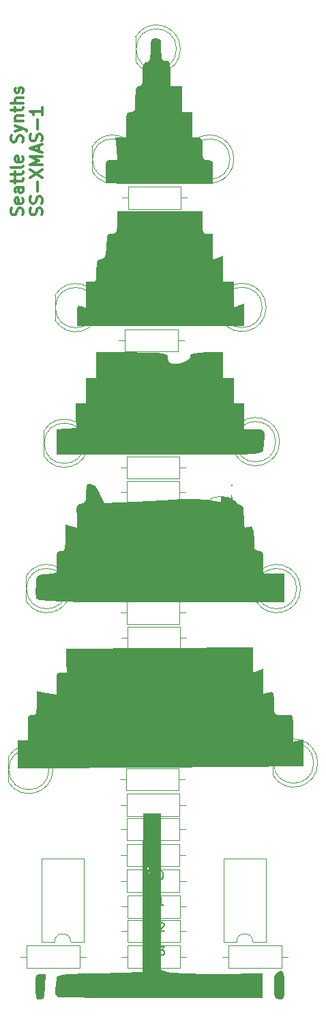
<source format=gbr>
G04 #@! TF.GenerationSoftware,KiCad,Pcbnew,8.0.6*
G04 #@! TF.CreationDate,2024-11-24T13:18:29+01:00*
G04 #@! TF.ProjectId,SS-XMAS,53532d58-4d41-4532-9e6b-696361645f70,rev?*
G04 #@! TF.SameCoordinates,Original*
G04 #@! TF.FileFunction,Legend,Top*
G04 #@! TF.FilePolarity,Positive*
%FSLAX46Y46*%
G04 Gerber Fmt 4.6, Leading zero omitted, Abs format (unit mm)*
G04 Created by KiCad (PCBNEW 8.0.6) date 2024-11-24 13:18:29*
%MOMM*%
%LPD*%
G01*
G04 APERTURE LIST*
%ADD10C,0.300000*%
%ADD11C,0.150000*%
%ADD12C,0.120000*%
%ADD13C,0.000000*%
G04 APERTURE END LIST*
D10*
X89914484Y-55916917D02*
X89985912Y-55702632D01*
X89985912Y-55702632D02*
X89985912Y-55345489D01*
X89985912Y-55345489D02*
X89914484Y-55202632D01*
X89914484Y-55202632D02*
X89843055Y-55131203D01*
X89843055Y-55131203D02*
X89700198Y-55059774D01*
X89700198Y-55059774D02*
X89557341Y-55059774D01*
X89557341Y-55059774D02*
X89414484Y-55131203D01*
X89414484Y-55131203D02*
X89343055Y-55202632D01*
X89343055Y-55202632D02*
X89271626Y-55345489D01*
X89271626Y-55345489D02*
X89200198Y-55631203D01*
X89200198Y-55631203D02*
X89128769Y-55774060D01*
X89128769Y-55774060D02*
X89057341Y-55845489D01*
X89057341Y-55845489D02*
X88914484Y-55916917D01*
X88914484Y-55916917D02*
X88771626Y-55916917D01*
X88771626Y-55916917D02*
X88628769Y-55845489D01*
X88628769Y-55845489D02*
X88557341Y-55774060D01*
X88557341Y-55774060D02*
X88485912Y-55631203D01*
X88485912Y-55631203D02*
X88485912Y-55274060D01*
X88485912Y-55274060D02*
X88557341Y-55059774D01*
X89914484Y-53845489D02*
X89985912Y-53988346D01*
X89985912Y-53988346D02*
X89985912Y-54274061D01*
X89985912Y-54274061D02*
X89914484Y-54416918D01*
X89914484Y-54416918D02*
X89771626Y-54488346D01*
X89771626Y-54488346D02*
X89200198Y-54488346D01*
X89200198Y-54488346D02*
X89057341Y-54416918D01*
X89057341Y-54416918D02*
X88985912Y-54274061D01*
X88985912Y-54274061D02*
X88985912Y-53988346D01*
X88985912Y-53988346D02*
X89057341Y-53845489D01*
X89057341Y-53845489D02*
X89200198Y-53774061D01*
X89200198Y-53774061D02*
X89343055Y-53774061D01*
X89343055Y-53774061D02*
X89485912Y-54488346D01*
X89985912Y-52488347D02*
X89200198Y-52488347D01*
X89200198Y-52488347D02*
X89057341Y-52559775D01*
X89057341Y-52559775D02*
X88985912Y-52702632D01*
X88985912Y-52702632D02*
X88985912Y-52988347D01*
X88985912Y-52988347D02*
X89057341Y-53131204D01*
X89914484Y-52488347D02*
X89985912Y-52631204D01*
X89985912Y-52631204D02*
X89985912Y-52988347D01*
X89985912Y-52988347D02*
X89914484Y-53131204D01*
X89914484Y-53131204D02*
X89771626Y-53202632D01*
X89771626Y-53202632D02*
X89628769Y-53202632D01*
X89628769Y-53202632D02*
X89485912Y-53131204D01*
X89485912Y-53131204D02*
X89414484Y-52988347D01*
X89414484Y-52988347D02*
X89414484Y-52631204D01*
X89414484Y-52631204D02*
X89343055Y-52488347D01*
X88985912Y-51988346D02*
X88985912Y-51416918D01*
X88485912Y-51774061D02*
X89771626Y-51774061D01*
X89771626Y-51774061D02*
X89914484Y-51702632D01*
X89914484Y-51702632D02*
X89985912Y-51559775D01*
X89985912Y-51559775D02*
X89985912Y-51416918D01*
X88985912Y-51131203D02*
X88985912Y-50559775D01*
X88485912Y-50916918D02*
X89771626Y-50916918D01*
X89771626Y-50916918D02*
X89914484Y-50845489D01*
X89914484Y-50845489D02*
X89985912Y-50702632D01*
X89985912Y-50702632D02*
X89985912Y-50559775D01*
X89985912Y-49845489D02*
X89914484Y-49988346D01*
X89914484Y-49988346D02*
X89771626Y-50059775D01*
X89771626Y-50059775D02*
X88485912Y-50059775D01*
X89914484Y-48702632D02*
X89985912Y-48845489D01*
X89985912Y-48845489D02*
X89985912Y-49131204D01*
X89985912Y-49131204D02*
X89914484Y-49274061D01*
X89914484Y-49274061D02*
X89771626Y-49345489D01*
X89771626Y-49345489D02*
X89200198Y-49345489D01*
X89200198Y-49345489D02*
X89057341Y-49274061D01*
X89057341Y-49274061D02*
X88985912Y-49131204D01*
X88985912Y-49131204D02*
X88985912Y-48845489D01*
X88985912Y-48845489D02*
X89057341Y-48702632D01*
X89057341Y-48702632D02*
X89200198Y-48631204D01*
X89200198Y-48631204D02*
X89343055Y-48631204D01*
X89343055Y-48631204D02*
X89485912Y-49345489D01*
X89914484Y-46916918D02*
X89985912Y-46702633D01*
X89985912Y-46702633D02*
X89985912Y-46345490D01*
X89985912Y-46345490D02*
X89914484Y-46202633D01*
X89914484Y-46202633D02*
X89843055Y-46131204D01*
X89843055Y-46131204D02*
X89700198Y-46059775D01*
X89700198Y-46059775D02*
X89557341Y-46059775D01*
X89557341Y-46059775D02*
X89414484Y-46131204D01*
X89414484Y-46131204D02*
X89343055Y-46202633D01*
X89343055Y-46202633D02*
X89271626Y-46345490D01*
X89271626Y-46345490D02*
X89200198Y-46631204D01*
X89200198Y-46631204D02*
X89128769Y-46774061D01*
X89128769Y-46774061D02*
X89057341Y-46845490D01*
X89057341Y-46845490D02*
X88914484Y-46916918D01*
X88914484Y-46916918D02*
X88771626Y-46916918D01*
X88771626Y-46916918D02*
X88628769Y-46845490D01*
X88628769Y-46845490D02*
X88557341Y-46774061D01*
X88557341Y-46774061D02*
X88485912Y-46631204D01*
X88485912Y-46631204D02*
X88485912Y-46274061D01*
X88485912Y-46274061D02*
X88557341Y-46059775D01*
X88985912Y-45559776D02*
X89985912Y-45202633D01*
X88985912Y-44845490D02*
X89985912Y-45202633D01*
X89985912Y-45202633D02*
X90343055Y-45345490D01*
X90343055Y-45345490D02*
X90414484Y-45416919D01*
X90414484Y-45416919D02*
X90485912Y-45559776D01*
X88985912Y-44274062D02*
X89985912Y-44274062D01*
X89128769Y-44274062D02*
X89057341Y-44202633D01*
X89057341Y-44202633D02*
X88985912Y-44059776D01*
X88985912Y-44059776D02*
X88985912Y-43845490D01*
X88985912Y-43845490D02*
X89057341Y-43702633D01*
X89057341Y-43702633D02*
X89200198Y-43631205D01*
X89200198Y-43631205D02*
X89985912Y-43631205D01*
X88985912Y-43131204D02*
X88985912Y-42559776D01*
X88485912Y-42916919D02*
X89771626Y-42916919D01*
X89771626Y-42916919D02*
X89914484Y-42845490D01*
X89914484Y-42845490D02*
X89985912Y-42702633D01*
X89985912Y-42702633D02*
X89985912Y-42559776D01*
X89985912Y-42059776D02*
X88485912Y-42059776D01*
X89985912Y-41416919D02*
X89200198Y-41416919D01*
X89200198Y-41416919D02*
X89057341Y-41488347D01*
X89057341Y-41488347D02*
X88985912Y-41631204D01*
X88985912Y-41631204D02*
X88985912Y-41845490D01*
X88985912Y-41845490D02*
X89057341Y-41988347D01*
X89057341Y-41988347D02*
X89128769Y-42059776D01*
X89914484Y-40774061D02*
X89985912Y-40631204D01*
X89985912Y-40631204D02*
X89985912Y-40345490D01*
X89985912Y-40345490D02*
X89914484Y-40202633D01*
X89914484Y-40202633D02*
X89771626Y-40131204D01*
X89771626Y-40131204D02*
X89700198Y-40131204D01*
X89700198Y-40131204D02*
X89557341Y-40202633D01*
X89557341Y-40202633D02*
X89485912Y-40345490D01*
X89485912Y-40345490D02*
X89485912Y-40559776D01*
X89485912Y-40559776D02*
X89414484Y-40702633D01*
X89414484Y-40702633D02*
X89271626Y-40774061D01*
X89271626Y-40774061D02*
X89200198Y-40774061D01*
X89200198Y-40774061D02*
X89057341Y-40702633D01*
X89057341Y-40702633D02*
X88985912Y-40559776D01*
X88985912Y-40559776D02*
X88985912Y-40345490D01*
X88985912Y-40345490D02*
X89057341Y-40202633D01*
X92329400Y-55916917D02*
X92400828Y-55702632D01*
X92400828Y-55702632D02*
X92400828Y-55345489D01*
X92400828Y-55345489D02*
X92329400Y-55202632D01*
X92329400Y-55202632D02*
X92257971Y-55131203D01*
X92257971Y-55131203D02*
X92115114Y-55059774D01*
X92115114Y-55059774D02*
X91972257Y-55059774D01*
X91972257Y-55059774D02*
X91829400Y-55131203D01*
X91829400Y-55131203D02*
X91757971Y-55202632D01*
X91757971Y-55202632D02*
X91686542Y-55345489D01*
X91686542Y-55345489D02*
X91615114Y-55631203D01*
X91615114Y-55631203D02*
X91543685Y-55774060D01*
X91543685Y-55774060D02*
X91472257Y-55845489D01*
X91472257Y-55845489D02*
X91329400Y-55916917D01*
X91329400Y-55916917D02*
X91186542Y-55916917D01*
X91186542Y-55916917D02*
X91043685Y-55845489D01*
X91043685Y-55845489D02*
X90972257Y-55774060D01*
X90972257Y-55774060D02*
X90900828Y-55631203D01*
X90900828Y-55631203D02*
X90900828Y-55274060D01*
X90900828Y-55274060D02*
X90972257Y-55059774D01*
X92329400Y-54488346D02*
X92400828Y-54274061D01*
X92400828Y-54274061D02*
X92400828Y-53916918D01*
X92400828Y-53916918D02*
X92329400Y-53774061D01*
X92329400Y-53774061D02*
X92257971Y-53702632D01*
X92257971Y-53702632D02*
X92115114Y-53631203D01*
X92115114Y-53631203D02*
X91972257Y-53631203D01*
X91972257Y-53631203D02*
X91829400Y-53702632D01*
X91829400Y-53702632D02*
X91757971Y-53774061D01*
X91757971Y-53774061D02*
X91686542Y-53916918D01*
X91686542Y-53916918D02*
X91615114Y-54202632D01*
X91615114Y-54202632D02*
X91543685Y-54345489D01*
X91543685Y-54345489D02*
X91472257Y-54416918D01*
X91472257Y-54416918D02*
X91329400Y-54488346D01*
X91329400Y-54488346D02*
X91186542Y-54488346D01*
X91186542Y-54488346D02*
X91043685Y-54416918D01*
X91043685Y-54416918D02*
X90972257Y-54345489D01*
X90972257Y-54345489D02*
X90900828Y-54202632D01*
X90900828Y-54202632D02*
X90900828Y-53845489D01*
X90900828Y-53845489D02*
X90972257Y-53631203D01*
X91829400Y-52988347D02*
X91829400Y-51845490D01*
X90900828Y-51274061D02*
X92400828Y-50274061D01*
X90900828Y-50274061D02*
X92400828Y-51274061D01*
X92400828Y-49702633D02*
X90900828Y-49702633D01*
X90900828Y-49702633D02*
X91972257Y-49202633D01*
X91972257Y-49202633D02*
X90900828Y-48702633D01*
X90900828Y-48702633D02*
X92400828Y-48702633D01*
X91972257Y-48059775D02*
X91972257Y-47345490D01*
X92400828Y-48202632D02*
X90900828Y-47702632D01*
X90900828Y-47702632D02*
X92400828Y-47202632D01*
X92329400Y-46774061D02*
X92400828Y-46559776D01*
X92400828Y-46559776D02*
X92400828Y-46202633D01*
X92400828Y-46202633D02*
X92329400Y-46059776D01*
X92329400Y-46059776D02*
X92257971Y-45988347D01*
X92257971Y-45988347D02*
X92115114Y-45916918D01*
X92115114Y-45916918D02*
X91972257Y-45916918D01*
X91972257Y-45916918D02*
X91829400Y-45988347D01*
X91829400Y-45988347D02*
X91757971Y-46059776D01*
X91757971Y-46059776D02*
X91686542Y-46202633D01*
X91686542Y-46202633D02*
X91615114Y-46488347D01*
X91615114Y-46488347D02*
X91543685Y-46631204D01*
X91543685Y-46631204D02*
X91472257Y-46702633D01*
X91472257Y-46702633D02*
X91329400Y-46774061D01*
X91329400Y-46774061D02*
X91186542Y-46774061D01*
X91186542Y-46774061D02*
X91043685Y-46702633D01*
X91043685Y-46702633D02*
X90972257Y-46631204D01*
X90972257Y-46631204D02*
X90900828Y-46488347D01*
X90900828Y-46488347D02*
X90900828Y-46131204D01*
X90900828Y-46131204D02*
X90972257Y-45916918D01*
X91829400Y-45274062D02*
X91829400Y-44131205D01*
X92400828Y-42631204D02*
X92400828Y-43488347D01*
X92400828Y-43059776D02*
X90900828Y-43059776D01*
X90900828Y-43059776D02*
X91115114Y-43202633D01*
X91115114Y-43202633D02*
X91257971Y-43345490D01*
X91257971Y-43345490D02*
X91329400Y-43488347D01*
D11*
X98994819Y-118842857D02*
X98518628Y-119176190D01*
X98994819Y-119414285D02*
X97994819Y-119414285D01*
X97994819Y-119414285D02*
X97994819Y-119033333D01*
X97994819Y-119033333D02*
X98042438Y-118938095D01*
X98042438Y-118938095D02*
X98090057Y-118890476D01*
X98090057Y-118890476D02*
X98185295Y-118842857D01*
X98185295Y-118842857D02*
X98328152Y-118842857D01*
X98328152Y-118842857D02*
X98423390Y-118890476D01*
X98423390Y-118890476D02*
X98471009Y-118938095D01*
X98471009Y-118938095D02*
X98518628Y-119033333D01*
X98518628Y-119033333D02*
X98518628Y-119414285D01*
X98090057Y-118461904D02*
X98042438Y-118414285D01*
X98042438Y-118414285D02*
X97994819Y-118319047D01*
X97994819Y-118319047D02*
X97994819Y-118080952D01*
X97994819Y-118080952D02*
X98042438Y-117985714D01*
X98042438Y-117985714D02*
X98090057Y-117938095D01*
X98090057Y-117938095D02*
X98185295Y-117890476D01*
X98185295Y-117890476D02*
X98280533Y-117890476D01*
X98280533Y-117890476D02*
X98423390Y-117938095D01*
X98423390Y-117938095D02*
X98994819Y-118509523D01*
X98994819Y-118509523D02*
X98994819Y-117890476D01*
X97994819Y-117271428D02*
X97994819Y-117176190D01*
X97994819Y-117176190D02*
X98042438Y-117080952D01*
X98042438Y-117080952D02*
X98090057Y-117033333D01*
X98090057Y-117033333D02*
X98185295Y-116985714D01*
X98185295Y-116985714D02*
X98375771Y-116938095D01*
X98375771Y-116938095D02*
X98613866Y-116938095D01*
X98613866Y-116938095D02*
X98804342Y-116985714D01*
X98804342Y-116985714D02*
X98899580Y-117033333D01*
X98899580Y-117033333D02*
X98947200Y-117080952D01*
X98947200Y-117080952D02*
X98994819Y-117176190D01*
X98994819Y-117176190D02*
X98994819Y-117271428D01*
X98994819Y-117271428D02*
X98947200Y-117366666D01*
X98947200Y-117366666D02*
X98899580Y-117414285D01*
X98899580Y-117414285D02*
X98804342Y-117461904D01*
X98804342Y-117461904D02*
X98613866Y-117509523D01*
X98613866Y-117509523D02*
X98375771Y-117509523D01*
X98375771Y-117509523D02*
X98185295Y-117461904D01*
X98185295Y-117461904D02*
X98090057Y-117414285D01*
X98090057Y-117414285D02*
X98042438Y-117366666D01*
X98042438Y-117366666D02*
X97994819Y-117271428D01*
X109897142Y-100794819D02*
X109563809Y-100318628D01*
X109325714Y-100794819D02*
X109325714Y-99794819D01*
X109325714Y-99794819D02*
X109706666Y-99794819D01*
X109706666Y-99794819D02*
X109801904Y-99842438D01*
X109801904Y-99842438D02*
X109849523Y-99890057D01*
X109849523Y-99890057D02*
X109897142Y-99985295D01*
X109897142Y-99985295D02*
X109897142Y-100128152D01*
X109897142Y-100128152D02*
X109849523Y-100223390D01*
X109849523Y-100223390D02*
X109801904Y-100271009D01*
X109801904Y-100271009D02*
X109706666Y-100318628D01*
X109706666Y-100318628D02*
X109325714Y-100318628D01*
X110849523Y-100794819D02*
X110278095Y-100794819D01*
X110563809Y-100794819D02*
X110563809Y-99794819D01*
X110563809Y-99794819D02*
X110468571Y-99937676D01*
X110468571Y-99937676D02*
X110373333Y-100032914D01*
X110373333Y-100032914D02*
X110278095Y-100080533D01*
X111420952Y-100223390D02*
X111325714Y-100175771D01*
X111325714Y-100175771D02*
X111278095Y-100128152D01*
X111278095Y-100128152D02*
X111230476Y-100032914D01*
X111230476Y-100032914D02*
X111230476Y-99985295D01*
X111230476Y-99985295D02*
X111278095Y-99890057D01*
X111278095Y-99890057D02*
X111325714Y-99842438D01*
X111325714Y-99842438D02*
X111420952Y-99794819D01*
X111420952Y-99794819D02*
X111611428Y-99794819D01*
X111611428Y-99794819D02*
X111706666Y-99842438D01*
X111706666Y-99842438D02*
X111754285Y-99890057D01*
X111754285Y-99890057D02*
X111801904Y-99985295D01*
X111801904Y-99985295D02*
X111801904Y-100032914D01*
X111801904Y-100032914D02*
X111754285Y-100128152D01*
X111754285Y-100128152D02*
X111706666Y-100175771D01*
X111706666Y-100175771D02*
X111611428Y-100223390D01*
X111611428Y-100223390D02*
X111420952Y-100223390D01*
X111420952Y-100223390D02*
X111325714Y-100271009D01*
X111325714Y-100271009D02*
X111278095Y-100318628D01*
X111278095Y-100318628D02*
X111230476Y-100413866D01*
X111230476Y-100413866D02*
X111230476Y-100604342D01*
X111230476Y-100604342D02*
X111278095Y-100699580D01*
X111278095Y-100699580D02*
X111325714Y-100747200D01*
X111325714Y-100747200D02*
X111420952Y-100794819D01*
X111420952Y-100794819D02*
X111611428Y-100794819D01*
X111611428Y-100794819D02*
X111706666Y-100747200D01*
X111706666Y-100747200D02*
X111754285Y-100699580D01*
X111754285Y-100699580D02*
X111801904Y-100604342D01*
X111801904Y-100604342D02*
X111801904Y-100413866D01*
X111801904Y-100413866D02*
X111754285Y-100318628D01*
X111754285Y-100318628D02*
X111706666Y-100271009D01*
X111706666Y-100271009D02*
X111611428Y-100223390D01*
X113897142Y-114514819D02*
X113563809Y-114038628D01*
X113325714Y-114514819D02*
X113325714Y-113514819D01*
X113325714Y-113514819D02*
X113706666Y-113514819D01*
X113706666Y-113514819D02*
X113801904Y-113562438D01*
X113801904Y-113562438D02*
X113849523Y-113610057D01*
X113849523Y-113610057D02*
X113897142Y-113705295D01*
X113897142Y-113705295D02*
X113897142Y-113848152D01*
X113897142Y-113848152D02*
X113849523Y-113943390D01*
X113849523Y-113943390D02*
X113801904Y-113991009D01*
X113801904Y-113991009D02*
X113706666Y-114038628D01*
X113706666Y-114038628D02*
X113325714Y-114038628D01*
X114849523Y-114514819D02*
X114278095Y-114514819D01*
X114563809Y-114514819D02*
X114563809Y-113514819D01*
X114563809Y-113514819D02*
X114468571Y-113657676D01*
X114468571Y-113657676D02*
X114373333Y-113752914D01*
X114373333Y-113752914D02*
X114278095Y-113800533D01*
X115182857Y-113514819D02*
X115849523Y-113514819D01*
X115849523Y-113514819D02*
X115420952Y-114514819D01*
X108734819Y-117442857D02*
X108258628Y-117776190D01*
X108734819Y-118014285D02*
X107734819Y-118014285D01*
X107734819Y-118014285D02*
X107734819Y-117633333D01*
X107734819Y-117633333D02*
X107782438Y-117538095D01*
X107782438Y-117538095D02*
X107830057Y-117490476D01*
X107830057Y-117490476D02*
X107925295Y-117442857D01*
X107925295Y-117442857D02*
X108068152Y-117442857D01*
X108068152Y-117442857D02*
X108163390Y-117490476D01*
X108163390Y-117490476D02*
X108211009Y-117538095D01*
X108211009Y-117538095D02*
X108258628Y-117633333D01*
X108258628Y-117633333D02*
X108258628Y-118014285D01*
X108734819Y-116490476D02*
X108734819Y-117061904D01*
X108734819Y-116776190D02*
X107734819Y-116776190D01*
X107734819Y-116776190D02*
X107877676Y-116871428D01*
X107877676Y-116871428D02*
X107972914Y-116966666D01*
X107972914Y-116966666D02*
X108020533Y-117061904D01*
X107734819Y-115633333D02*
X107734819Y-115823809D01*
X107734819Y-115823809D02*
X107782438Y-115919047D01*
X107782438Y-115919047D02*
X107830057Y-115966666D01*
X107830057Y-115966666D02*
X107972914Y-116061904D01*
X107972914Y-116061904D02*
X108163390Y-116109523D01*
X108163390Y-116109523D02*
X108544342Y-116109523D01*
X108544342Y-116109523D02*
X108639580Y-116061904D01*
X108639580Y-116061904D02*
X108687200Y-116014285D01*
X108687200Y-116014285D02*
X108734819Y-115919047D01*
X108734819Y-115919047D02*
X108734819Y-115728571D01*
X108734819Y-115728571D02*
X108687200Y-115633333D01*
X108687200Y-115633333D02*
X108639580Y-115585714D01*
X108639580Y-115585714D02*
X108544342Y-115538095D01*
X108544342Y-115538095D02*
X108306247Y-115538095D01*
X108306247Y-115538095D02*
X108211009Y-115585714D01*
X108211009Y-115585714D02*
X108163390Y-115633333D01*
X108163390Y-115633333D02*
X108115771Y-115728571D01*
X108115771Y-115728571D02*
X108115771Y-115919047D01*
X108115771Y-115919047D02*
X108163390Y-116014285D01*
X108163390Y-116014285D02*
X108211009Y-116061904D01*
X108211009Y-116061904D02*
X108306247Y-116109523D01*
X112194819Y-79922857D02*
X111718628Y-80256190D01*
X112194819Y-80494285D02*
X111194819Y-80494285D01*
X111194819Y-80494285D02*
X111194819Y-80113333D01*
X111194819Y-80113333D02*
X111242438Y-80018095D01*
X111242438Y-80018095D02*
X111290057Y-79970476D01*
X111290057Y-79970476D02*
X111385295Y-79922857D01*
X111385295Y-79922857D02*
X111528152Y-79922857D01*
X111528152Y-79922857D02*
X111623390Y-79970476D01*
X111623390Y-79970476D02*
X111671009Y-80018095D01*
X111671009Y-80018095D02*
X111718628Y-80113333D01*
X111718628Y-80113333D02*
X111718628Y-80494285D01*
X112194819Y-78970476D02*
X112194819Y-79541904D01*
X112194819Y-79256190D02*
X111194819Y-79256190D01*
X111194819Y-79256190D02*
X111337676Y-79351428D01*
X111337676Y-79351428D02*
X111432914Y-79446666D01*
X111432914Y-79446666D02*
X111480533Y-79541904D01*
X111194819Y-78065714D02*
X111194819Y-78541904D01*
X111194819Y-78541904D02*
X111671009Y-78589523D01*
X111671009Y-78589523D02*
X111623390Y-78541904D01*
X111623390Y-78541904D02*
X111575771Y-78446666D01*
X111575771Y-78446666D02*
X111575771Y-78208571D01*
X111575771Y-78208571D02*
X111623390Y-78113333D01*
X111623390Y-78113333D02*
X111671009Y-78065714D01*
X111671009Y-78065714D02*
X111766247Y-78018095D01*
X111766247Y-78018095D02*
X112004342Y-78018095D01*
X112004342Y-78018095D02*
X112099580Y-78065714D01*
X112099580Y-78065714D02*
X112147200Y-78113333D01*
X112147200Y-78113333D02*
X112194819Y-78208571D01*
X112194819Y-78208571D02*
X112194819Y-78446666D01*
X112194819Y-78446666D02*
X112147200Y-78541904D01*
X112147200Y-78541904D02*
X112099580Y-78589523D01*
X105617142Y-150794819D02*
X105283809Y-150318628D01*
X105045714Y-150794819D02*
X105045714Y-149794819D01*
X105045714Y-149794819D02*
X105426666Y-149794819D01*
X105426666Y-149794819D02*
X105521904Y-149842438D01*
X105521904Y-149842438D02*
X105569523Y-149890057D01*
X105569523Y-149890057D02*
X105617142Y-149985295D01*
X105617142Y-149985295D02*
X105617142Y-150128152D01*
X105617142Y-150128152D02*
X105569523Y-150223390D01*
X105569523Y-150223390D02*
X105521904Y-150271009D01*
X105521904Y-150271009D02*
X105426666Y-150318628D01*
X105426666Y-150318628D02*
X105045714Y-150318628D01*
X106569523Y-150794819D02*
X105998095Y-150794819D01*
X106283809Y-150794819D02*
X106283809Y-149794819D01*
X106283809Y-149794819D02*
X106188571Y-149937676D01*
X106188571Y-149937676D02*
X106093333Y-150032914D01*
X106093333Y-150032914D02*
X105998095Y-150080533D01*
X107426666Y-150128152D02*
X107426666Y-150794819D01*
X107188571Y-149747200D02*
X106950476Y-150461485D01*
X106950476Y-150461485D02*
X107569523Y-150461485D01*
X105617142Y-147594819D02*
X105283809Y-147118628D01*
X105045714Y-147594819D02*
X105045714Y-146594819D01*
X105045714Y-146594819D02*
X105426666Y-146594819D01*
X105426666Y-146594819D02*
X105521904Y-146642438D01*
X105521904Y-146642438D02*
X105569523Y-146690057D01*
X105569523Y-146690057D02*
X105617142Y-146785295D01*
X105617142Y-146785295D02*
X105617142Y-146928152D01*
X105617142Y-146928152D02*
X105569523Y-147023390D01*
X105569523Y-147023390D02*
X105521904Y-147071009D01*
X105521904Y-147071009D02*
X105426666Y-147118628D01*
X105426666Y-147118628D02*
X105045714Y-147118628D01*
X106569523Y-147594819D02*
X105998095Y-147594819D01*
X106283809Y-147594819D02*
X106283809Y-146594819D01*
X106283809Y-146594819D02*
X106188571Y-146737676D01*
X106188571Y-146737676D02*
X106093333Y-146832914D01*
X106093333Y-146832914D02*
X105998095Y-146880533D01*
X106902857Y-146594819D02*
X107521904Y-146594819D01*
X107521904Y-146594819D02*
X107188571Y-146975771D01*
X107188571Y-146975771D02*
X107331428Y-146975771D01*
X107331428Y-146975771D02*
X107426666Y-147023390D01*
X107426666Y-147023390D02*
X107474285Y-147071009D01*
X107474285Y-147071009D02*
X107521904Y-147166247D01*
X107521904Y-147166247D02*
X107521904Y-147404342D01*
X107521904Y-147404342D02*
X107474285Y-147499580D01*
X107474285Y-147499580D02*
X107426666Y-147547200D01*
X107426666Y-147547200D02*
X107331428Y-147594819D01*
X107331428Y-147594819D02*
X107045714Y-147594819D01*
X107045714Y-147594819D02*
X106950476Y-147547200D01*
X106950476Y-147547200D02*
X106902857Y-147499580D01*
X105617142Y-144594819D02*
X105283809Y-144118628D01*
X105045714Y-144594819D02*
X105045714Y-143594819D01*
X105045714Y-143594819D02*
X105426666Y-143594819D01*
X105426666Y-143594819D02*
X105521904Y-143642438D01*
X105521904Y-143642438D02*
X105569523Y-143690057D01*
X105569523Y-143690057D02*
X105617142Y-143785295D01*
X105617142Y-143785295D02*
X105617142Y-143928152D01*
X105617142Y-143928152D02*
X105569523Y-144023390D01*
X105569523Y-144023390D02*
X105521904Y-144071009D01*
X105521904Y-144071009D02*
X105426666Y-144118628D01*
X105426666Y-144118628D02*
X105045714Y-144118628D01*
X106569523Y-144594819D02*
X105998095Y-144594819D01*
X106283809Y-144594819D02*
X106283809Y-143594819D01*
X106283809Y-143594819D02*
X106188571Y-143737676D01*
X106188571Y-143737676D02*
X106093333Y-143832914D01*
X106093333Y-143832914D02*
X105998095Y-143880533D01*
X106950476Y-143690057D02*
X106998095Y-143642438D01*
X106998095Y-143642438D02*
X107093333Y-143594819D01*
X107093333Y-143594819D02*
X107331428Y-143594819D01*
X107331428Y-143594819D02*
X107426666Y-143642438D01*
X107426666Y-143642438D02*
X107474285Y-143690057D01*
X107474285Y-143690057D02*
X107521904Y-143785295D01*
X107521904Y-143785295D02*
X107521904Y-143880533D01*
X107521904Y-143880533D02*
X107474285Y-144023390D01*
X107474285Y-144023390D02*
X106902857Y-144594819D01*
X106902857Y-144594819D02*
X107521904Y-144594819D01*
X105537142Y-141394819D02*
X105203809Y-140918628D01*
X104965714Y-141394819D02*
X104965714Y-140394819D01*
X104965714Y-140394819D02*
X105346666Y-140394819D01*
X105346666Y-140394819D02*
X105441904Y-140442438D01*
X105441904Y-140442438D02*
X105489523Y-140490057D01*
X105489523Y-140490057D02*
X105537142Y-140585295D01*
X105537142Y-140585295D02*
X105537142Y-140728152D01*
X105537142Y-140728152D02*
X105489523Y-140823390D01*
X105489523Y-140823390D02*
X105441904Y-140871009D01*
X105441904Y-140871009D02*
X105346666Y-140918628D01*
X105346666Y-140918628D02*
X104965714Y-140918628D01*
X106489523Y-141394819D02*
X105918095Y-141394819D01*
X106203809Y-141394819D02*
X106203809Y-140394819D01*
X106203809Y-140394819D02*
X106108571Y-140537676D01*
X106108571Y-140537676D02*
X106013333Y-140632914D01*
X106013333Y-140632914D02*
X105918095Y-140680533D01*
X107441904Y-141394819D02*
X106870476Y-141394819D01*
X107156190Y-141394819D02*
X107156190Y-140394819D01*
X107156190Y-140394819D02*
X107060952Y-140537676D01*
X107060952Y-140537676D02*
X106965714Y-140632914D01*
X106965714Y-140632914D02*
X106870476Y-140680533D01*
X105497142Y-138194819D02*
X105163809Y-137718628D01*
X104925714Y-138194819D02*
X104925714Y-137194819D01*
X104925714Y-137194819D02*
X105306666Y-137194819D01*
X105306666Y-137194819D02*
X105401904Y-137242438D01*
X105401904Y-137242438D02*
X105449523Y-137290057D01*
X105449523Y-137290057D02*
X105497142Y-137385295D01*
X105497142Y-137385295D02*
X105497142Y-137528152D01*
X105497142Y-137528152D02*
X105449523Y-137623390D01*
X105449523Y-137623390D02*
X105401904Y-137671009D01*
X105401904Y-137671009D02*
X105306666Y-137718628D01*
X105306666Y-137718628D02*
X104925714Y-137718628D01*
X106449523Y-138194819D02*
X105878095Y-138194819D01*
X106163809Y-138194819D02*
X106163809Y-137194819D01*
X106163809Y-137194819D02*
X106068571Y-137337676D01*
X106068571Y-137337676D02*
X105973333Y-137432914D01*
X105973333Y-137432914D02*
X105878095Y-137480533D01*
X107068571Y-137194819D02*
X107163809Y-137194819D01*
X107163809Y-137194819D02*
X107259047Y-137242438D01*
X107259047Y-137242438D02*
X107306666Y-137290057D01*
X107306666Y-137290057D02*
X107354285Y-137385295D01*
X107354285Y-137385295D02*
X107401904Y-137575771D01*
X107401904Y-137575771D02*
X107401904Y-137813866D01*
X107401904Y-137813866D02*
X107354285Y-138004342D01*
X107354285Y-138004342D02*
X107306666Y-138099580D01*
X107306666Y-138099580D02*
X107259047Y-138147200D01*
X107259047Y-138147200D02*
X107163809Y-138194819D01*
X107163809Y-138194819D02*
X107068571Y-138194819D01*
X107068571Y-138194819D02*
X106973333Y-138147200D01*
X106973333Y-138147200D02*
X106925714Y-138099580D01*
X106925714Y-138099580D02*
X106878095Y-138004342D01*
X106878095Y-138004342D02*
X106830476Y-137813866D01*
X106830476Y-137813866D02*
X106830476Y-137575771D01*
X106830476Y-137575771D02*
X106878095Y-137385295D01*
X106878095Y-137385295D02*
X106925714Y-137290057D01*
X106925714Y-137290057D02*
X106973333Y-137242438D01*
X106973333Y-137242438D02*
X107068571Y-137194819D01*
X105973333Y-134994819D02*
X105640000Y-134518628D01*
X105401905Y-134994819D02*
X105401905Y-133994819D01*
X105401905Y-133994819D02*
X105782857Y-133994819D01*
X105782857Y-133994819D02*
X105878095Y-134042438D01*
X105878095Y-134042438D02*
X105925714Y-134090057D01*
X105925714Y-134090057D02*
X105973333Y-134185295D01*
X105973333Y-134185295D02*
X105973333Y-134328152D01*
X105973333Y-134328152D02*
X105925714Y-134423390D01*
X105925714Y-134423390D02*
X105878095Y-134471009D01*
X105878095Y-134471009D02*
X105782857Y-134518628D01*
X105782857Y-134518628D02*
X105401905Y-134518628D01*
X106449524Y-134994819D02*
X106640000Y-134994819D01*
X106640000Y-134994819D02*
X106735238Y-134947200D01*
X106735238Y-134947200D02*
X106782857Y-134899580D01*
X106782857Y-134899580D02*
X106878095Y-134756723D01*
X106878095Y-134756723D02*
X106925714Y-134566247D01*
X106925714Y-134566247D02*
X106925714Y-134185295D01*
X106925714Y-134185295D02*
X106878095Y-134090057D01*
X106878095Y-134090057D02*
X106830476Y-134042438D01*
X106830476Y-134042438D02*
X106735238Y-133994819D01*
X106735238Y-133994819D02*
X106544762Y-133994819D01*
X106544762Y-133994819D02*
X106449524Y-134042438D01*
X106449524Y-134042438D02*
X106401905Y-134090057D01*
X106401905Y-134090057D02*
X106354286Y-134185295D01*
X106354286Y-134185295D02*
X106354286Y-134423390D01*
X106354286Y-134423390D02*
X106401905Y-134518628D01*
X106401905Y-134518628D02*
X106449524Y-134566247D01*
X106449524Y-134566247D02*
X106544762Y-134613866D01*
X106544762Y-134613866D02*
X106735238Y-134613866D01*
X106735238Y-134613866D02*
X106830476Y-134566247D01*
X106830476Y-134566247D02*
X106878095Y-134518628D01*
X106878095Y-134518628D02*
X106925714Y-134423390D01*
X105973333Y-131994819D02*
X105640000Y-131518628D01*
X105401905Y-131994819D02*
X105401905Y-130994819D01*
X105401905Y-130994819D02*
X105782857Y-130994819D01*
X105782857Y-130994819D02*
X105878095Y-131042438D01*
X105878095Y-131042438D02*
X105925714Y-131090057D01*
X105925714Y-131090057D02*
X105973333Y-131185295D01*
X105973333Y-131185295D02*
X105973333Y-131328152D01*
X105973333Y-131328152D02*
X105925714Y-131423390D01*
X105925714Y-131423390D02*
X105878095Y-131471009D01*
X105878095Y-131471009D02*
X105782857Y-131518628D01*
X105782857Y-131518628D02*
X105401905Y-131518628D01*
X106544762Y-131423390D02*
X106449524Y-131375771D01*
X106449524Y-131375771D02*
X106401905Y-131328152D01*
X106401905Y-131328152D02*
X106354286Y-131232914D01*
X106354286Y-131232914D02*
X106354286Y-131185295D01*
X106354286Y-131185295D02*
X106401905Y-131090057D01*
X106401905Y-131090057D02*
X106449524Y-131042438D01*
X106449524Y-131042438D02*
X106544762Y-130994819D01*
X106544762Y-130994819D02*
X106735238Y-130994819D01*
X106735238Y-130994819D02*
X106830476Y-131042438D01*
X106830476Y-131042438D02*
X106878095Y-131090057D01*
X106878095Y-131090057D02*
X106925714Y-131185295D01*
X106925714Y-131185295D02*
X106925714Y-131232914D01*
X106925714Y-131232914D02*
X106878095Y-131328152D01*
X106878095Y-131328152D02*
X106830476Y-131375771D01*
X106830476Y-131375771D02*
X106735238Y-131423390D01*
X106735238Y-131423390D02*
X106544762Y-131423390D01*
X106544762Y-131423390D02*
X106449524Y-131471009D01*
X106449524Y-131471009D02*
X106401905Y-131518628D01*
X106401905Y-131518628D02*
X106354286Y-131613866D01*
X106354286Y-131613866D02*
X106354286Y-131804342D01*
X106354286Y-131804342D02*
X106401905Y-131899580D01*
X106401905Y-131899580D02*
X106449524Y-131947200D01*
X106449524Y-131947200D02*
X106544762Y-131994819D01*
X106544762Y-131994819D02*
X106735238Y-131994819D01*
X106735238Y-131994819D02*
X106830476Y-131947200D01*
X106830476Y-131947200D02*
X106878095Y-131899580D01*
X106878095Y-131899580D02*
X106925714Y-131804342D01*
X106925714Y-131804342D02*
X106925714Y-131613866D01*
X106925714Y-131613866D02*
X106878095Y-131518628D01*
X106878095Y-131518628D02*
X106830476Y-131471009D01*
X106830476Y-131471009D02*
X106735238Y-131423390D01*
X106053333Y-111318819D02*
X105720000Y-110842628D01*
X105481905Y-111318819D02*
X105481905Y-110318819D01*
X105481905Y-110318819D02*
X105862857Y-110318819D01*
X105862857Y-110318819D02*
X105958095Y-110366438D01*
X105958095Y-110366438D02*
X106005714Y-110414057D01*
X106005714Y-110414057D02*
X106053333Y-110509295D01*
X106053333Y-110509295D02*
X106053333Y-110652152D01*
X106053333Y-110652152D02*
X106005714Y-110747390D01*
X106005714Y-110747390D02*
X105958095Y-110795009D01*
X105958095Y-110795009D02*
X105862857Y-110842628D01*
X105862857Y-110842628D02*
X105481905Y-110842628D01*
X106910476Y-110318819D02*
X106720000Y-110318819D01*
X106720000Y-110318819D02*
X106624762Y-110366438D01*
X106624762Y-110366438D02*
X106577143Y-110414057D01*
X106577143Y-110414057D02*
X106481905Y-110556914D01*
X106481905Y-110556914D02*
X106434286Y-110747390D01*
X106434286Y-110747390D02*
X106434286Y-111128342D01*
X106434286Y-111128342D02*
X106481905Y-111223580D01*
X106481905Y-111223580D02*
X106529524Y-111271200D01*
X106529524Y-111271200D02*
X106624762Y-111318819D01*
X106624762Y-111318819D02*
X106815238Y-111318819D01*
X106815238Y-111318819D02*
X106910476Y-111271200D01*
X106910476Y-111271200D02*
X106958095Y-111223580D01*
X106958095Y-111223580D02*
X107005714Y-111128342D01*
X107005714Y-111128342D02*
X107005714Y-110890247D01*
X107005714Y-110890247D02*
X106958095Y-110795009D01*
X106958095Y-110795009D02*
X106910476Y-110747390D01*
X106910476Y-110747390D02*
X106815238Y-110699771D01*
X106815238Y-110699771D02*
X106624762Y-110699771D01*
X106624762Y-110699771D02*
X106529524Y-110747390D01*
X106529524Y-110747390D02*
X106481905Y-110795009D01*
X106481905Y-110795009D02*
X106434286Y-110890247D01*
X105973333Y-93242819D02*
X105640000Y-92766628D01*
X105401905Y-93242819D02*
X105401905Y-92242819D01*
X105401905Y-92242819D02*
X105782857Y-92242819D01*
X105782857Y-92242819D02*
X105878095Y-92290438D01*
X105878095Y-92290438D02*
X105925714Y-92338057D01*
X105925714Y-92338057D02*
X105973333Y-92433295D01*
X105973333Y-92433295D02*
X105973333Y-92576152D01*
X105973333Y-92576152D02*
X105925714Y-92671390D01*
X105925714Y-92671390D02*
X105878095Y-92719009D01*
X105878095Y-92719009D02*
X105782857Y-92766628D01*
X105782857Y-92766628D02*
X105401905Y-92766628D01*
X106830476Y-92576152D02*
X106830476Y-93242819D01*
X106592381Y-92195200D02*
X106354286Y-92909485D01*
X106354286Y-92909485D02*
X106973333Y-92909485D01*
D12*
G04 #@! TO.C,R21*
X106740000Y-57960000D02*
X106740000Y-58730000D01*
X106740000Y-66040000D02*
X106740000Y-65270000D01*
X105370000Y-58730000D02*
X105370000Y-65270000D01*
X108110000Y-58730000D02*
X105370000Y-58730000D01*
X108110000Y-65270000D02*
X108110000Y-58730000D01*
X105370000Y-65270000D02*
X108110000Y-65270000D01*
G04 #@! TO.C,D12*
X117542335Y-121878608D02*
G75*
G02*
X114310000Y-122035516I-1672335J1078608D01*
G01*
X116911130Y-121879837D02*
G75*
G02*
X114829039Y-121880000I-1041130J1079837D01*
G01*
X114829039Y-119720000D02*
G75*
G02*
X116911130Y-119720163I1040961J-1080000D01*
G01*
X114310000Y-119564484D02*
G75*
G02*
X117542335Y-119721392I1560000J-1235516D01*
G01*
X114310000Y-121880000D02*
X114310000Y-122036000D01*
X114310000Y-119564000D02*
X114310000Y-119720000D01*
G04 #@! TO.C,U2*
X120180000Y-145950000D02*
X120180000Y-135670000D01*
X120180000Y-135670000D02*
X114880000Y-135670000D01*
X118530000Y-145950000D02*
X120180000Y-145950000D01*
X114880000Y-145950000D02*
X116530000Y-145950000D01*
X114880000Y-135670000D02*
X114880000Y-145950000D01*
X116530000Y-145950000D02*
G75*
G02*
X118530000Y-145950000I1000000J0D01*
G01*
G04 #@! TO.C,U1*
X97580000Y-145950000D02*
X97580000Y-135670000D01*
X97580000Y-135670000D02*
X92280000Y-135670000D01*
X95930000Y-145950000D02*
X97580000Y-145950000D01*
X92280000Y-145950000D02*
X93930000Y-145950000D01*
X92280000Y-135670000D02*
X92280000Y-145950000D01*
X93930000Y-145950000D02*
G75*
G02*
X95930000Y-145950000I1000000J0D01*
G01*
G04 #@! TO.C,R27*
X115550000Y-146430000D02*
X115550000Y-149170000D01*
X115550000Y-149170000D02*
X122090000Y-149170000D01*
X122090000Y-149170000D02*
X122090000Y-146430000D01*
X122090000Y-146430000D02*
X115550000Y-146430000D01*
X114780000Y-147800000D02*
X115550000Y-147800000D01*
X122860000Y-147800000D02*
X122090000Y-147800000D01*
G04 #@! TO.C,R26*
X90470000Y-146430000D02*
X90470000Y-149170000D01*
X90470000Y-149170000D02*
X97010000Y-149170000D01*
X97010000Y-149170000D02*
X97010000Y-146430000D01*
X97010000Y-146430000D02*
X90470000Y-146430000D01*
X89700000Y-147800000D02*
X90470000Y-147800000D01*
X97780000Y-147800000D02*
X97010000Y-147800000D01*
G04 #@! TO.C,R22*
X102530830Y-75404556D02*
X102331539Y-76148319D01*
X100439572Y-83209237D02*
X100638862Y-82465474D01*
X101008221Y-75793736D02*
X99315544Y-82110892D01*
X103654857Y-76502901D02*
X101008221Y-75793736D01*
X101962181Y-82820056D02*
X103654857Y-76502901D01*
X99315544Y-82110892D02*
X101962181Y-82820056D01*
G04 #@! TO.C,R20*
X94630000Y-121470000D02*
X97370000Y-121470000D01*
X97370000Y-121470000D02*
X97370000Y-114930000D01*
X97370000Y-114930000D02*
X94630000Y-114930000D01*
X94630000Y-114930000D02*
X94630000Y-121470000D01*
X96000000Y-122240000D02*
X96000000Y-121470000D01*
X96000000Y-114160000D02*
X96000000Y-114930000D01*
G04 #@! TO.C,R19*
X100450000Y-100230000D02*
X100450000Y-102970000D01*
X100450000Y-102970000D02*
X106990000Y-102970000D01*
X106990000Y-102970000D02*
X106990000Y-100230000D01*
X106990000Y-100230000D02*
X100450000Y-100230000D01*
X99680000Y-101600000D02*
X100450000Y-101600000D01*
X107760000Y-101600000D02*
X106990000Y-101600000D01*
G04 #@! TO.C,R18*
X107270000Y-96430000D02*
X107270000Y-99170000D01*
X107270000Y-99170000D02*
X113810000Y-99170000D01*
X113810000Y-99170000D02*
X113810000Y-96430000D01*
X113810000Y-96430000D02*
X107270000Y-96430000D01*
X106500000Y-97800000D02*
X107270000Y-97800000D01*
X114580000Y-97800000D02*
X113810000Y-97800000D01*
G04 #@! TO.C,R17*
X117810000Y-117970000D02*
X117810000Y-115230000D01*
X117810000Y-115230000D02*
X111270000Y-115230000D01*
X111270000Y-115230000D02*
X111270000Y-117970000D01*
X111270000Y-117970000D02*
X117810000Y-117970000D01*
X118580000Y-116600000D02*
X117810000Y-116600000D01*
X110500000Y-116600000D02*
X111270000Y-116600000D01*
G04 #@! TO.C,R16*
X105740000Y-112760000D02*
X105740000Y-113530000D01*
X105740000Y-120840000D02*
X105740000Y-120070000D01*
X104370000Y-113530000D02*
X104370000Y-120070000D01*
X107110000Y-113530000D02*
X104370000Y-113530000D01*
X107110000Y-120070000D02*
X107110000Y-113530000D01*
X104370000Y-120070000D02*
X107110000Y-120070000D01*
G04 #@! TO.C,R15*
X109200000Y-75240000D02*
X109200000Y-76010000D01*
X109200000Y-83320000D02*
X109200000Y-82550000D01*
X107830000Y-76010000D02*
X107830000Y-82550000D01*
X110570000Y-76010000D02*
X107830000Y-76010000D01*
X110570000Y-82550000D02*
X110570000Y-76010000D01*
X107830000Y-82550000D02*
X110570000Y-82550000D01*
G04 #@! TO.C,R14*
X102990000Y-146430000D02*
X102990000Y-149170000D01*
X102990000Y-149170000D02*
X109530000Y-149170000D01*
X109530000Y-149170000D02*
X109530000Y-146430000D01*
X109530000Y-146430000D02*
X102990000Y-146430000D01*
X102220000Y-147800000D02*
X102990000Y-147800000D01*
X110300000Y-147800000D02*
X109530000Y-147800000D01*
G04 #@! TO.C,R13*
X102990000Y-143230000D02*
X102990000Y-145970000D01*
X102990000Y-145970000D02*
X109530000Y-145970000D01*
X109530000Y-145970000D02*
X109530000Y-143230000D01*
X109530000Y-143230000D02*
X102990000Y-143230000D01*
X102220000Y-144600000D02*
X102990000Y-144600000D01*
X110300000Y-144600000D02*
X109530000Y-144600000D01*
G04 #@! TO.C,R12*
X102990000Y-140230000D02*
X102990000Y-142970000D01*
X102990000Y-142970000D02*
X109530000Y-142970000D01*
X109530000Y-142970000D02*
X109530000Y-140230000D01*
X109530000Y-140230000D02*
X102990000Y-140230000D01*
X102220000Y-141600000D02*
X102990000Y-141600000D01*
X110300000Y-141600000D02*
X109530000Y-141600000D01*
G04 #@! TO.C,R11*
X110220000Y-138400000D02*
X109450000Y-138400000D01*
X102140000Y-138400000D02*
X102910000Y-138400000D01*
X109450000Y-137030000D02*
X102910000Y-137030000D01*
X109450000Y-139770000D02*
X109450000Y-137030000D01*
X102910000Y-139770000D02*
X109450000Y-139770000D01*
X102910000Y-137030000D02*
X102910000Y-139770000D01*
G04 #@! TO.C,R10*
X110180000Y-135200000D02*
X109410000Y-135200000D01*
X102100000Y-135200000D02*
X102870000Y-135200000D01*
X109410000Y-133830000D02*
X102870000Y-133830000D01*
X109410000Y-136570000D02*
X109410000Y-133830000D01*
X102870000Y-136570000D02*
X109410000Y-136570000D01*
X102870000Y-133830000D02*
X102870000Y-136570000D01*
G04 #@! TO.C,R9*
X102870000Y-130630000D02*
X102870000Y-133370000D01*
X102870000Y-133370000D02*
X109410000Y-133370000D01*
X109410000Y-133370000D02*
X109410000Y-130630000D01*
X109410000Y-130630000D02*
X102870000Y-130630000D01*
X102100000Y-132000000D02*
X102870000Y-132000000D01*
X110180000Y-132000000D02*
X109410000Y-132000000D01*
G04 #@! TO.C,R8*
X102870000Y-127630000D02*
X102870000Y-130370000D01*
X102870000Y-130370000D02*
X109410000Y-130370000D01*
X109410000Y-130370000D02*
X109410000Y-127630000D01*
X109410000Y-127630000D02*
X102870000Y-127630000D01*
X102100000Y-129000000D02*
X102870000Y-129000000D01*
X110180000Y-129000000D02*
X109410000Y-129000000D01*
G04 #@! TO.C,R7*
X110100000Y-125800000D02*
X109330000Y-125800000D01*
X102020000Y-125800000D02*
X102790000Y-125800000D01*
X109330000Y-124430000D02*
X102790000Y-124430000D01*
X109330000Y-127170000D02*
X109330000Y-124430000D01*
X102790000Y-127170000D02*
X109330000Y-127170000D01*
X102790000Y-124430000D02*
X102790000Y-127170000D01*
G04 #@! TO.C,R6*
X102950000Y-106954000D02*
X102950000Y-109694000D01*
X102950000Y-109694000D02*
X109490000Y-109694000D01*
X109490000Y-109694000D02*
X109490000Y-106954000D01*
X109490000Y-106954000D02*
X102950000Y-106954000D01*
X102180000Y-108324000D02*
X102950000Y-108324000D01*
X110260000Y-108324000D02*
X109490000Y-108324000D01*
G04 #@! TO.C,R5*
X102870000Y-103830000D02*
X102870000Y-106570000D01*
X102870000Y-106570000D02*
X109410000Y-106570000D01*
X109410000Y-106570000D02*
X109410000Y-103830000D01*
X109410000Y-103830000D02*
X102870000Y-103830000D01*
X102100000Y-105200000D02*
X102870000Y-105200000D01*
X110180000Y-105200000D02*
X109410000Y-105200000D01*
G04 #@! TO.C,R4*
X102870000Y-88878000D02*
X102870000Y-91618000D01*
X102870000Y-91618000D02*
X109410000Y-91618000D01*
X109410000Y-91618000D02*
X109410000Y-88878000D01*
X109410000Y-88878000D02*
X102870000Y-88878000D01*
X102100000Y-90248000D02*
X102870000Y-90248000D01*
X110180000Y-90248000D02*
X109410000Y-90248000D01*
G04 #@! TO.C,R3*
X102870000Y-85830000D02*
X102870000Y-88570000D01*
X102870000Y-88570000D02*
X109410000Y-88570000D01*
X109410000Y-88570000D02*
X109410000Y-85830000D01*
X109410000Y-85830000D02*
X102870000Y-85830000D01*
X102100000Y-87200000D02*
X102870000Y-87200000D01*
X110180000Y-87200000D02*
X109410000Y-87200000D01*
G04 #@! TO.C,R2*
X102670000Y-70070000D02*
X102670000Y-72810000D01*
X102670000Y-72810000D02*
X109210000Y-72810000D01*
X109210000Y-72810000D02*
X109210000Y-70070000D01*
X109210000Y-70070000D02*
X102670000Y-70070000D01*
X101900000Y-71440000D02*
X102670000Y-71440000D01*
X109980000Y-71440000D02*
X109210000Y-71440000D01*
G04 #@! TO.C,R1*
X110380000Y-53800000D02*
X109610000Y-53800000D01*
X102300000Y-53800000D02*
X103070000Y-53800000D01*
X109610000Y-52430000D02*
X103070000Y-52430000D01*
X109610000Y-55170000D02*
X109610000Y-52430000D01*
X103070000Y-55170000D02*
X109610000Y-55170000D01*
X103070000Y-52430000D02*
X103070000Y-55170000D01*
G04 #@! TO.C,D23*
X112742335Y-113878608D02*
G75*
G02*
X109510000Y-114035516I-1672335J1078608D01*
G01*
X112111130Y-113879837D02*
G75*
G02*
X110029039Y-113880000I-1041130J1079837D01*
G01*
X110029039Y-111720000D02*
G75*
G02*
X112111130Y-111720163I1040961J-1080000D01*
G01*
X109510000Y-111564484D02*
G75*
G02*
X112742335Y-111721392I1560000J-1235516D01*
G01*
X109510000Y-113880000D02*
X109510000Y-114036000D01*
X109510000Y-111564000D02*
X109510000Y-111720000D01*
G04 #@! TO.C,D22*
X102602335Y-121278608D02*
G75*
G02*
X99370000Y-121435516I-1672335J1078608D01*
G01*
X101971130Y-121279837D02*
G75*
G02*
X99889039Y-121280000I-1041130J1079837D01*
G01*
X99889039Y-119120000D02*
G75*
G02*
X101971130Y-119120163I1040961J-1080000D01*
G01*
X99370000Y-118964484D02*
G75*
G02*
X102602335Y-119121392I1560000J-1235516D01*
G01*
X99370000Y-121280000D02*
X99370000Y-121436000D01*
X99370000Y-118964000D02*
X99370000Y-119120000D01*
G04 #@! TO.C,D21*
X101942335Y-114078608D02*
G75*
G02*
X98710000Y-114235516I-1672335J1078608D01*
G01*
X101311130Y-114079837D02*
G75*
G02*
X99229039Y-114080000I-1041130J1079837D01*
G01*
X99229039Y-111920000D02*
G75*
G02*
X101311130Y-111920163I1040961J-1080000D01*
G01*
X98710000Y-111764484D02*
G75*
G02*
X101942335Y-111921392I1560000J-1235516D01*
G01*
X98710000Y-114080000D02*
X98710000Y-114236000D01*
X98710000Y-111764000D02*
X98710000Y-111920000D01*
G04 #@! TO.C,D20*
X116542335Y-102678608D02*
G75*
G02*
X113310000Y-102835516I-1672335J1078608D01*
G01*
X115911130Y-102679837D02*
G75*
G02*
X113829039Y-102680000I-1041130J1079837D01*
G01*
X113829039Y-100520000D02*
G75*
G02*
X115911130Y-100520163I1040961J-1080000D01*
G01*
X113310000Y-100364484D02*
G75*
G02*
X116542335Y-100521392I1560000J-1235516D01*
G01*
X113310000Y-102680000D02*
X113310000Y-102836000D01*
X113310000Y-100364000D02*
X113310000Y-100520000D01*
G04 #@! TO.C,D19*
X109542335Y-95078608D02*
G75*
G02*
X106310000Y-95235516I-1672335J1078608D01*
G01*
X108911130Y-95079837D02*
G75*
G02*
X106829039Y-95080000I-1041130J1079837D01*
G01*
X106829039Y-92920000D02*
G75*
G02*
X108911130Y-92920163I1040961J-1080000D01*
G01*
X106310000Y-92764484D02*
G75*
G02*
X109542335Y-92921392I1560000J-1235516D01*
G01*
X106310000Y-95080000D02*
X106310000Y-95236000D01*
X106310000Y-92764000D02*
X106310000Y-92920000D01*
G04 #@! TO.C,D18*
X102342335Y-98278608D02*
G75*
G02*
X99110000Y-98435516I-1672335J1078608D01*
G01*
X101711130Y-98279837D02*
G75*
G02*
X99629039Y-98280000I-1041130J1079837D01*
G01*
X99629039Y-96120000D02*
G75*
G02*
X101711130Y-96120163I1040961J-1080000D01*
G01*
X99110000Y-95964484D02*
G75*
G02*
X102342335Y-96121392I1560000J-1235516D01*
G01*
X99110000Y-98280000D02*
X99110000Y-98436000D01*
X99110000Y-95964000D02*
X99110000Y-96120000D01*
G04 #@! TO.C,D17*
X114802335Y-82278608D02*
G75*
G02*
X111570000Y-82435516I-1672335J1078608D01*
G01*
X114171130Y-82279837D02*
G75*
G02*
X112089039Y-82280000I-1041130J1079837D01*
G01*
X112089039Y-80120000D02*
G75*
G02*
X114171130Y-80120163I1040961J-1080000D01*
G01*
X111570000Y-79964484D02*
G75*
G02*
X114802335Y-80121392I1560000J-1235516D01*
G01*
X111570000Y-82280000D02*
X111570000Y-82436000D01*
X111570000Y-79964000D02*
X111570000Y-80120000D01*
G04 #@! TO.C,D16*
X106802335Y-84478608D02*
G75*
G02*
X103570000Y-84635516I-1672335J1078608D01*
G01*
X106171130Y-84479837D02*
G75*
G02*
X104089039Y-84480000I-1041130J1079837D01*
G01*
X104089039Y-82320000D02*
G75*
G02*
X106171130Y-82320163I1040961J-1080000D01*
G01*
X103570000Y-82164484D02*
G75*
G02*
X106802335Y-82321392I1560000J-1235516D01*
G01*
X103570000Y-84480000D02*
X103570000Y-84636000D01*
X103570000Y-82164000D02*
X103570000Y-82320000D01*
G04 #@! TO.C,D15*
X109110000Y-58364000D02*
X109110000Y-58520000D01*
X109110000Y-60680000D02*
X109110000Y-60836000D01*
X109110000Y-58364484D02*
G75*
G02*
X112342335Y-58521392I1560000J-1235516D01*
G01*
X109629039Y-58520000D02*
G75*
G02*
X111711130Y-58520163I1040961J-1080000D01*
G01*
X111711130Y-60679837D02*
G75*
G02*
X109629039Y-60680000I-1041130J1079837D01*
G01*
X112342335Y-60678608D02*
G75*
G02*
X109110000Y-60835516I-1672335J1078608D01*
G01*
G04 #@! TO.C,D14*
X104342335Y-67278608D02*
G75*
G02*
X101110000Y-67435516I-1672335J1078608D01*
G01*
X103711130Y-67279837D02*
G75*
G02*
X101629039Y-67280000I-1041130J1079837D01*
G01*
X101629039Y-65120000D02*
G75*
G02*
X103711130Y-65120163I1040961J-1080000D01*
G01*
X101110000Y-64964484D02*
G75*
G02*
X104342335Y-65121392I1560000J-1235516D01*
G01*
X101110000Y-67280000D02*
X101110000Y-67436000D01*
X101110000Y-64964000D02*
X101110000Y-65120000D01*
G04 #@! TO.C,D13*
X107802335Y-44478608D02*
G75*
G02*
X104570000Y-44635516I-1672335J1078608D01*
G01*
X107171130Y-44479837D02*
G75*
G02*
X105089039Y-44480000I-1041130J1079837D01*
G01*
X105089039Y-42320000D02*
G75*
G02*
X107171130Y-42320163I1040961J-1080000D01*
G01*
X104570000Y-42164484D02*
G75*
G02*
X107802335Y-42321392I1560000J-1235516D01*
G01*
X104570000Y-44480000D02*
X104570000Y-44636000D01*
X104570000Y-42164000D02*
X104570000Y-42320000D01*
G04 #@! TO.C,D11*
X116310000Y-82455000D02*
X116310000Y-85545000D01*
X121370000Y-84000000D02*
G75*
G02*
X116370000Y-84000000I-2500000J0D01*
G01*
X116370000Y-84000000D02*
G75*
G02*
X121370000Y-84000000I2500000J0D01*
G01*
X121860000Y-83999538D02*
G75*
G02*
X116310000Y-85544830I-2990000J-462D01*
G01*
X116310000Y-82455170D02*
G75*
G02*
X121860000Y-84000462I2560000J-1544830D01*
G01*
G04 #@! TO.C,D10*
X90375000Y-100655000D02*
X90375000Y-103745000D01*
X95435000Y-102200000D02*
G75*
G02*
X90435000Y-102200000I-2500000J0D01*
G01*
X90435000Y-102200000D02*
G75*
G02*
X95435000Y-102200000I2500000J0D01*
G01*
X95925000Y-102199538D02*
G75*
G02*
X90375000Y-103744830I-2990000J-462D01*
G01*
X90375000Y-100655170D02*
G75*
G02*
X95925000Y-102200462I2560000J-1544830D01*
G01*
G04 #@! TO.C,D9*
X121035000Y-122255000D02*
X121035000Y-125345000D01*
X126095000Y-123800000D02*
G75*
G02*
X121095000Y-123800000I-2500000J0D01*
G01*
X121095000Y-123800000D02*
G75*
G02*
X126095000Y-123800000I2500000J0D01*
G01*
X126585000Y-123799538D02*
G75*
G02*
X121035000Y-125344830I-2990000J-462D01*
G01*
X121035000Y-122255170D02*
G75*
G02*
X126585000Y-123800462I2560000J-1544830D01*
G01*
G04 #@! TO.C,D8*
X88170000Y-123055170D02*
G75*
G02*
X93720000Y-124600462I2560000J-1544830D01*
G01*
X93720000Y-124599538D02*
G75*
G02*
X88170000Y-126144830I-2990000J-462D01*
G01*
X93230000Y-124600000D02*
G75*
G02*
X88230000Y-124600000I-2500000J0D01*
G01*
X88230000Y-124600000D02*
G75*
G02*
X93230000Y-124600000I2500000J0D01*
G01*
X88170000Y-123055000D02*
X88170000Y-126145000D01*
G04 #@! TO.C,D7*
X92575000Y-82655000D02*
X92575000Y-85745000D01*
X97635000Y-84200000D02*
G75*
G02*
X92635000Y-84200000I-2500000J0D01*
G01*
X92635000Y-84200000D02*
G75*
G02*
X97635000Y-84200000I2500000J0D01*
G01*
X98125000Y-84199538D02*
G75*
G02*
X92575000Y-85744830I-2990000J-462D01*
G01*
X92575000Y-82655170D02*
G75*
G02*
X98125000Y-84200462I2560000J-1544830D01*
G01*
G04 #@! TO.C,D6*
X118910000Y-100655170D02*
G75*
G02*
X124460000Y-102200462I2560000J-1544830D01*
G01*
X124460000Y-102199538D02*
G75*
G02*
X118910000Y-103744830I-2990000J-462D01*
G01*
X123970000Y-102200000D02*
G75*
G02*
X118970000Y-102200000I-2500000J0D01*
G01*
X118970000Y-102200000D02*
G75*
G02*
X123970000Y-102200000I2500000J0D01*
G01*
X118910000Y-100655000D02*
X118910000Y-103745000D01*
G04 #@! TO.C,D5*
X114635000Y-65831000D02*
X114635000Y-68921000D01*
X119695000Y-67376000D02*
G75*
G02*
X114695000Y-67376000I-2500000J0D01*
G01*
X114695000Y-67376000D02*
G75*
G02*
X119695000Y-67376000I2500000J0D01*
G01*
X120185000Y-67375538D02*
G75*
G02*
X114635000Y-68920830I-2990000J-462D01*
G01*
X114635000Y-65831170D02*
G75*
G02*
X120185000Y-67376462I2560000J-1544830D01*
G01*
G04 #@! TO.C,D4*
X93970000Y-65855000D02*
X93970000Y-68945000D01*
X99030000Y-67400000D02*
G75*
G02*
X94030000Y-67400000I-2500000J0D01*
G01*
X94030000Y-67400000D02*
G75*
G02*
X99030000Y-67400000I2500000J0D01*
G01*
X99520000Y-67399538D02*
G75*
G02*
X93970000Y-68944830I-2990000J-462D01*
G01*
X93970000Y-65855170D02*
G75*
G02*
X99520000Y-67400462I2560000J-1544830D01*
G01*
G04 #@! TO.C,D3*
X110635000Y-47455000D02*
X110635000Y-50545000D01*
X115695000Y-49000000D02*
G75*
G02*
X110695000Y-49000000I-2500000J0D01*
G01*
X110695000Y-49000000D02*
G75*
G02*
X115695000Y-49000000I2500000J0D01*
G01*
X116185000Y-48999538D02*
G75*
G02*
X110635000Y-50544830I-2990000J-462D01*
G01*
X110635000Y-47455170D02*
G75*
G02*
X116185000Y-49000462I2560000J-1544830D01*
G01*
G04 #@! TO.C,D1*
X103988100Y-33827000D02*
X103988100Y-36917000D01*
X109048100Y-35372000D02*
G75*
G02*
X104048100Y-35372000I-2500000J0D01*
G01*
X104048100Y-35372000D02*
G75*
G02*
X109048100Y-35372000I2500000J0D01*
G01*
X109538100Y-35371538D02*
G75*
G02*
X103988100Y-36916830I-2990000J-462D01*
G01*
X103988100Y-33827170D02*
G75*
G02*
X109538100Y-35372462I2560000J-1544830D01*
G01*
G04 #@! TO.C,C4*
X112910000Y-121000000D02*
G75*
G02*
X107670000Y-121000000I-2620000J0D01*
G01*
X107670000Y-121000000D02*
G75*
G02*
X112910000Y-121000000I2620000J0D01*
G01*
X110290000Y-118420000D02*
X110290000Y-123580000D01*
X110330000Y-118420000D02*
X110330000Y-123580000D01*
X110370000Y-118421000D02*
X110370000Y-123579000D01*
X110410000Y-118422000D02*
X110410000Y-123578000D01*
X110450000Y-118424000D02*
X110450000Y-123576000D01*
X110490000Y-118427000D02*
X110490000Y-123573000D01*
X110530000Y-118431000D02*
X110530000Y-119960000D01*
X110530000Y-122040000D02*
X110530000Y-123569000D01*
X110570000Y-118435000D02*
X110570000Y-119960000D01*
X110570000Y-122040000D02*
X110570000Y-123565000D01*
X110610000Y-118439000D02*
X110610000Y-119960000D01*
X110610000Y-122040000D02*
X110610000Y-123561000D01*
X110650000Y-118444000D02*
X110650000Y-119960000D01*
X110650000Y-122040000D02*
X110650000Y-123556000D01*
X110690000Y-118450000D02*
X110690000Y-119960000D01*
X110690000Y-122040000D02*
X110690000Y-123550000D01*
X110730000Y-118457000D02*
X110730000Y-119960000D01*
X110730000Y-122040000D02*
X110730000Y-123543000D01*
X110770000Y-118464000D02*
X110770000Y-119960000D01*
X110770000Y-122040000D02*
X110770000Y-123536000D01*
X110810000Y-118472000D02*
X110810000Y-119960000D01*
X110810000Y-122040000D02*
X110810000Y-123528000D01*
X110850000Y-118480000D02*
X110850000Y-119960000D01*
X110850000Y-122040000D02*
X110850000Y-123520000D01*
X110890000Y-118489000D02*
X110890000Y-119960000D01*
X110890000Y-122040000D02*
X110890000Y-123511000D01*
X110930000Y-118499000D02*
X110930000Y-119960000D01*
X110930000Y-122040000D02*
X110930000Y-123501000D01*
X110970000Y-118509000D02*
X110970000Y-119960000D01*
X110970000Y-122040000D02*
X110970000Y-123491000D01*
X111011000Y-118520000D02*
X111011000Y-119960000D01*
X111011000Y-122040000D02*
X111011000Y-123480000D01*
X111051000Y-118532000D02*
X111051000Y-119960000D01*
X111051000Y-122040000D02*
X111051000Y-123468000D01*
X111091000Y-118545000D02*
X111091000Y-119960000D01*
X111091000Y-122040000D02*
X111091000Y-123455000D01*
X111131000Y-118558000D02*
X111131000Y-119960000D01*
X111131000Y-122040000D02*
X111131000Y-123442000D01*
X111171000Y-118572000D02*
X111171000Y-119960000D01*
X111171000Y-122040000D02*
X111171000Y-123428000D01*
X111211000Y-118586000D02*
X111211000Y-119960000D01*
X111211000Y-122040000D02*
X111211000Y-123414000D01*
X111251000Y-118602000D02*
X111251000Y-119960000D01*
X111251000Y-122040000D02*
X111251000Y-123398000D01*
X111291000Y-118618000D02*
X111291000Y-119960000D01*
X111291000Y-122040000D02*
X111291000Y-123382000D01*
X111331000Y-118635000D02*
X111331000Y-119960000D01*
X111331000Y-122040000D02*
X111331000Y-123365000D01*
X111371000Y-118652000D02*
X111371000Y-119960000D01*
X111371000Y-122040000D02*
X111371000Y-123348000D01*
X111411000Y-118671000D02*
X111411000Y-119960000D01*
X111411000Y-122040000D02*
X111411000Y-123329000D01*
X111451000Y-118690000D02*
X111451000Y-119960000D01*
X111451000Y-122040000D02*
X111451000Y-123310000D01*
X111491000Y-118710000D02*
X111491000Y-119960000D01*
X111491000Y-122040000D02*
X111491000Y-123290000D01*
X111531000Y-118732000D02*
X111531000Y-119960000D01*
X111531000Y-122040000D02*
X111531000Y-123268000D01*
X111571000Y-118753000D02*
X111571000Y-119960000D01*
X111571000Y-122040000D02*
X111571000Y-123247000D01*
X111611000Y-118776000D02*
X111611000Y-119960000D01*
X111611000Y-122040000D02*
X111611000Y-123224000D01*
X111651000Y-118800000D02*
X111651000Y-119960000D01*
X111651000Y-122040000D02*
X111651000Y-123200000D01*
X111691000Y-118825000D02*
X111691000Y-119960000D01*
X111691000Y-122040000D02*
X111691000Y-123175000D01*
X111731000Y-118851000D02*
X111731000Y-119960000D01*
X111731000Y-122040000D02*
X111731000Y-123149000D01*
X111771000Y-118878000D02*
X111771000Y-119960000D01*
X111771000Y-122040000D02*
X111771000Y-123122000D01*
X111811000Y-118905000D02*
X111811000Y-119960000D01*
X111811000Y-122040000D02*
X111811000Y-123095000D01*
X111851000Y-118935000D02*
X111851000Y-119960000D01*
X111851000Y-122040000D02*
X111851000Y-123065000D01*
X111891000Y-118965000D02*
X111891000Y-119960000D01*
X111891000Y-122040000D02*
X111891000Y-123035000D01*
X111931000Y-118996000D02*
X111931000Y-119960000D01*
X111931000Y-122040000D02*
X111931000Y-123004000D01*
X111971000Y-119029000D02*
X111971000Y-119960000D01*
X111971000Y-122040000D02*
X111971000Y-122971000D01*
X112011000Y-119063000D02*
X112011000Y-119960000D01*
X112011000Y-122040000D02*
X112011000Y-122937000D01*
X112051000Y-119099000D02*
X112051000Y-119960000D01*
X112051000Y-122040000D02*
X112051000Y-122901000D01*
X112091000Y-119136000D02*
X112091000Y-119960000D01*
X112091000Y-122040000D02*
X112091000Y-122864000D01*
X112131000Y-119174000D02*
X112131000Y-119960000D01*
X112131000Y-122040000D02*
X112131000Y-122826000D01*
X112171000Y-119215000D02*
X112171000Y-119960000D01*
X112171000Y-122040000D02*
X112171000Y-122785000D01*
X112211000Y-119257000D02*
X112211000Y-119960000D01*
X112211000Y-122040000D02*
X112211000Y-122743000D01*
X112251000Y-119301000D02*
X112251000Y-119960000D01*
X112251000Y-122040000D02*
X112251000Y-122699000D01*
X112291000Y-119347000D02*
X112291000Y-119960000D01*
X112291000Y-122040000D02*
X112291000Y-122653000D01*
X112331000Y-119395000D02*
X112331000Y-119960000D01*
X112331000Y-122040000D02*
X112331000Y-122605000D01*
X112371000Y-119446000D02*
X112371000Y-119960000D01*
X112371000Y-122040000D02*
X112371000Y-122554000D01*
X112411000Y-119500000D02*
X112411000Y-119960000D01*
X112411000Y-122040000D02*
X112411000Y-122500000D01*
X112451000Y-119557000D02*
X112451000Y-119960000D01*
X112451000Y-122040000D02*
X112451000Y-122443000D01*
X112491000Y-119617000D02*
X112491000Y-119960000D01*
X112491000Y-122040000D02*
X112491000Y-122383000D01*
X112531000Y-119681000D02*
X112531000Y-119960000D01*
X112531000Y-122040000D02*
X112531000Y-122319000D01*
X112571000Y-119749000D02*
X112571000Y-119960000D01*
X112571000Y-122040000D02*
X112571000Y-122251000D01*
X112611000Y-119822000D02*
X112611000Y-122178000D01*
X112651000Y-119902000D02*
X112651000Y-122098000D01*
X112691000Y-119989000D02*
X112691000Y-122011000D01*
X112731000Y-120085000D02*
X112731000Y-121915000D01*
X112771000Y-120195000D02*
X112771000Y-121805000D01*
X112811000Y-120323000D02*
X112811000Y-121677000D01*
X112851000Y-120482000D02*
X112851000Y-121518000D01*
X112891000Y-120716000D02*
X112891000Y-121284000D01*
X107485225Y-119525000D02*
X107985225Y-119525000D01*
X107735225Y-119275000D02*
X107735225Y-119775000D01*
G04 #@! TO.C,C3*
X108535225Y-64275000D02*
X108535225Y-64775000D01*
X108285225Y-64525000D02*
X108785225Y-64525000D01*
X113691000Y-65716000D02*
X113691000Y-66284000D01*
X113651000Y-65482000D02*
X113651000Y-66518000D01*
X113611000Y-65323000D02*
X113611000Y-66677000D01*
X113571000Y-65195000D02*
X113571000Y-66805000D01*
X113531000Y-65085000D02*
X113531000Y-66915000D01*
X113491000Y-64989000D02*
X113491000Y-67011000D01*
X113451000Y-64902000D02*
X113451000Y-67098000D01*
X113411000Y-64822000D02*
X113411000Y-67178000D01*
X113371000Y-67040000D02*
X113371000Y-67251000D01*
X113371000Y-64749000D02*
X113371000Y-64960000D01*
X113331000Y-67040000D02*
X113331000Y-67319000D01*
X113331000Y-64681000D02*
X113331000Y-64960000D01*
X113291000Y-67040000D02*
X113291000Y-67383000D01*
X113291000Y-64617000D02*
X113291000Y-64960000D01*
X113251000Y-67040000D02*
X113251000Y-67443000D01*
X113251000Y-64557000D02*
X113251000Y-64960000D01*
X113211000Y-67040000D02*
X113211000Y-67500000D01*
X113211000Y-64500000D02*
X113211000Y-64960000D01*
X113171000Y-67040000D02*
X113171000Y-67554000D01*
X113171000Y-64446000D02*
X113171000Y-64960000D01*
X113131000Y-67040000D02*
X113131000Y-67605000D01*
X113131000Y-64395000D02*
X113131000Y-64960000D01*
X113091000Y-67040000D02*
X113091000Y-67653000D01*
X113091000Y-64347000D02*
X113091000Y-64960000D01*
X113051000Y-67040000D02*
X113051000Y-67699000D01*
X113051000Y-64301000D02*
X113051000Y-64960000D01*
X113011000Y-67040000D02*
X113011000Y-67743000D01*
X113011000Y-64257000D02*
X113011000Y-64960000D01*
X112971000Y-67040000D02*
X112971000Y-67785000D01*
X112971000Y-64215000D02*
X112971000Y-64960000D01*
X112931000Y-67040000D02*
X112931000Y-67826000D01*
X112931000Y-64174000D02*
X112931000Y-64960000D01*
X112891000Y-67040000D02*
X112891000Y-67864000D01*
X112891000Y-64136000D02*
X112891000Y-64960000D01*
X112851000Y-67040000D02*
X112851000Y-67901000D01*
X112851000Y-64099000D02*
X112851000Y-64960000D01*
X112811000Y-67040000D02*
X112811000Y-67937000D01*
X112811000Y-64063000D02*
X112811000Y-64960000D01*
X112771000Y-67040000D02*
X112771000Y-67971000D01*
X112771000Y-64029000D02*
X112771000Y-64960000D01*
X112731000Y-67040000D02*
X112731000Y-68004000D01*
X112731000Y-63996000D02*
X112731000Y-64960000D01*
X112691000Y-67040000D02*
X112691000Y-68035000D01*
X112691000Y-63965000D02*
X112691000Y-64960000D01*
X112651000Y-67040000D02*
X112651000Y-68065000D01*
X112651000Y-63935000D02*
X112651000Y-64960000D01*
X112611000Y-67040000D02*
X112611000Y-68095000D01*
X112611000Y-63905000D02*
X112611000Y-64960000D01*
X112571000Y-67040000D02*
X112571000Y-68122000D01*
X112571000Y-63878000D02*
X112571000Y-64960000D01*
X112531000Y-67040000D02*
X112531000Y-68149000D01*
X112531000Y-63851000D02*
X112531000Y-64960000D01*
X112491000Y-67040000D02*
X112491000Y-68175000D01*
X112491000Y-63825000D02*
X112491000Y-64960000D01*
X112451000Y-67040000D02*
X112451000Y-68200000D01*
X112451000Y-63800000D02*
X112451000Y-64960000D01*
X112411000Y-67040000D02*
X112411000Y-68224000D01*
X112411000Y-63776000D02*
X112411000Y-64960000D01*
X112371000Y-67040000D02*
X112371000Y-68247000D01*
X112371000Y-63753000D02*
X112371000Y-64960000D01*
X112331000Y-67040000D02*
X112331000Y-68268000D01*
X112331000Y-63732000D02*
X112331000Y-64960000D01*
X112291000Y-67040000D02*
X112291000Y-68290000D01*
X112291000Y-63710000D02*
X112291000Y-64960000D01*
X112251000Y-67040000D02*
X112251000Y-68310000D01*
X112251000Y-63690000D02*
X112251000Y-64960000D01*
X112211000Y-67040000D02*
X112211000Y-68329000D01*
X112211000Y-63671000D02*
X112211000Y-64960000D01*
X112171000Y-67040000D02*
X112171000Y-68348000D01*
X112171000Y-63652000D02*
X112171000Y-64960000D01*
X112131000Y-67040000D02*
X112131000Y-68365000D01*
X112131000Y-63635000D02*
X112131000Y-64960000D01*
X112091000Y-67040000D02*
X112091000Y-68382000D01*
X112091000Y-63618000D02*
X112091000Y-64960000D01*
X112051000Y-67040000D02*
X112051000Y-68398000D01*
X112051000Y-63602000D02*
X112051000Y-64960000D01*
X112011000Y-67040000D02*
X112011000Y-68414000D01*
X112011000Y-63586000D02*
X112011000Y-64960000D01*
X111971000Y-67040000D02*
X111971000Y-68428000D01*
X111971000Y-63572000D02*
X111971000Y-64960000D01*
X111931000Y-67040000D02*
X111931000Y-68442000D01*
X111931000Y-63558000D02*
X111931000Y-64960000D01*
X111891000Y-67040000D02*
X111891000Y-68455000D01*
X111891000Y-63545000D02*
X111891000Y-64960000D01*
X111851000Y-67040000D02*
X111851000Y-68468000D01*
X111851000Y-63532000D02*
X111851000Y-64960000D01*
X111811000Y-67040000D02*
X111811000Y-68480000D01*
X111811000Y-63520000D02*
X111811000Y-64960000D01*
X111770000Y-67040000D02*
X111770000Y-68491000D01*
X111770000Y-63509000D02*
X111770000Y-64960000D01*
X111730000Y-67040000D02*
X111730000Y-68501000D01*
X111730000Y-63499000D02*
X111730000Y-64960000D01*
X111690000Y-67040000D02*
X111690000Y-68511000D01*
X111690000Y-63489000D02*
X111690000Y-64960000D01*
X111650000Y-67040000D02*
X111650000Y-68520000D01*
X111650000Y-63480000D02*
X111650000Y-64960000D01*
X111610000Y-67040000D02*
X111610000Y-68528000D01*
X111610000Y-63472000D02*
X111610000Y-64960000D01*
X111570000Y-67040000D02*
X111570000Y-68536000D01*
X111570000Y-63464000D02*
X111570000Y-64960000D01*
X111530000Y-67040000D02*
X111530000Y-68543000D01*
X111530000Y-63457000D02*
X111530000Y-64960000D01*
X111490000Y-67040000D02*
X111490000Y-68550000D01*
X111490000Y-63450000D02*
X111490000Y-64960000D01*
X111450000Y-67040000D02*
X111450000Y-68556000D01*
X111450000Y-63444000D02*
X111450000Y-64960000D01*
X111410000Y-67040000D02*
X111410000Y-68561000D01*
X111410000Y-63439000D02*
X111410000Y-64960000D01*
X111370000Y-67040000D02*
X111370000Y-68565000D01*
X111370000Y-63435000D02*
X111370000Y-64960000D01*
X111330000Y-67040000D02*
X111330000Y-68569000D01*
X111330000Y-63431000D02*
X111330000Y-64960000D01*
X111290000Y-63427000D02*
X111290000Y-68573000D01*
X111250000Y-63424000D02*
X111250000Y-68576000D01*
X111210000Y-63422000D02*
X111210000Y-68578000D01*
X111170000Y-63421000D02*
X111170000Y-68579000D01*
X111130000Y-63420000D02*
X111130000Y-68580000D01*
X111090000Y-63420000D02*
X111090000Y-68580000D01*
X113710000Y-66000000D02*
G75*
G02*
X108470000Y-66000000I-2620000J0D01*
G01*
X108470000Y-66000000D02*
G75*
G02*
X113710000Y-66000000I2620000J0D01*
G01*
G04 #@! TO.C,C1*
X112030125Y-91675000D02*
X112030125Y-92175000D01*
X111780125Y-91925000D02*
X112280125Y-91925000D01*
X117185900Y-93116000D02*
X117185900Y-93684000D01*
X117145900Y-92882000D02*
X117145900Y-93918000D01*
X117105900Y-92723000D02*
X117105900Y-94077000D01*
X117065900Y-92595000D02*
X117065900Y-94205000D01*
X117025900Y-92485000D02*
X117025900Y-94315000D01*
X116985900Y-92389000D02*
X116985900Y-94411000D01*
X116945900Y-92302000D02*
X116945900Y-94498000D01*
X116905900Y-92222000D02*
X116905900Y-94578000D01*
X116865900Y-94440000D02*
X116865900Y-94651000D01*
X116865900Y-92149000D02*
X116865900Y-92360000D01*
X116825900Y-94440000D02*
X116825900Y-94719000D01*
X116825900Y-92081000D02*
X116825900Y-92360000D01*
X116785900Y-94440000D02*
X116785900Y-94783000D01*
X116785900Y-92017000D02*
X116785900Y-92360000D01*
X116745900Y-94440000D02*
X116745900Y-94843000D01*
X116745900Y-91957000D02*
X116745900Y-92360000D01*
X116705900Y-94440000D02*
X116705900Y-94900000D01*
X116705900Y-91900000D02*
X116705900Y-92360000D01*
X116665900Y-94440000D02*
X116665900Y-94954000D01*
X116665900Y-91846000D02*
X116665900Y-92360000D01*
X116625900Y-94440000D02*
X116625900Y-95005000D01*
X116625900Y-91795000D02*
X116625900Y-92360000D01*
X116585900Y-94440000D02*
X116585900Y-95053000D01*
X116585900Y-91747000D02*
X116585900Y-92360000D01*
X116545900Y-94440000D02*
X116545900Y-95099000D01*
X116545900Y-91701000D02*
X116545900Y-92360000D01*
X116505900Y-94440000D02*
X116505900Y-95143000D01*
X116505900Y-91657000D02*
X116505900Y-92360000D01*
X116465900Y-94440000D02*
X116465900Y-95185000D01*
X116465900Y-91615000D02*
X116465900Y-92360000D01*
X116425900Y-94440000D02*
X116425900Y-95226000D01*
X116425900Y-91574000D02*
X116425900Y-92360000D01*
X116385900Y-94440000D02*
X116385900Y-95264000D01*
X116385900Y-91536000D02*
X116385900Y-92360000D01*
X116345900Y-94440000D02*
X116345900Y-95301000D01*
X116345900Y-91499000D02*
X116345900Y-92360000D01*
X116305900Y-94440000D02*
X116305900Y-95337000D01*
X116305900Y-91463000D02*
X116305900Y-92360000D01*
X116265900Y-94440000D02*
X116265900Y-95371000D01*
X116265900Y-91429000D02*
X116265900Y-92360000D01*
X116225900Y-94440000D02*
X116225900Y-95404000D01*
X116225900Y-91396000D02*
X116225900Y-92360000D01*
X116185900Y-94440000D02*
X116185900Y-95435000D01*
X116185900Y-91365000D02*
X116185900Y-92360000D01*
X116145900Y-94440000D02*
X116145900Y-95465000D01*
X116145900Y-91335000D02*
X116145900Y-92360000D01*
X116105900Y-94440000D02*
X116105900Y-95495000D01*
X116105900Y-91305000D02*
X116105900Y-92360000D01*
X116065900Y-94440000D02*
X116065900Y-95522000D01*
X116065900Y-91278000D02*
X116065900Y-92360000D01*
X116025900Y-94440000D02*
X116025900Y-95549000D01*
X116025900Y-91251000D02*
X116025900Y-92360000D01*
X115985900Y-94440000D02*
X115985900Y-95575000D01*
X115985900Y-91225000D02*
X115985900Y-92360000D01*
X115945900Y-94440000D02*
X115945900Y-95600000D01*
X115945900Y-91200000D02*
X115945900Y-92360000D01*
X115905900Y-94440000D02*
X115905900Y-95624000D01*
X115905900Y-91176000D02*
X115905900Y-92360000D01*
X115865900Y-94440000D02*
X115865900Y-95647000D01*
X115865900Y-91153000D02*
X115865900Y-92360000D01*
X115825900Y-94440000D02*
X115825900Y-95668000D01*
X115825900Y-91132000D02*
X115825900Y-92360000D01*
X115785900Y-94440000D02*
X115785900Y-95690000D01*
X115785900Y-91110000D02*
X115785900Y-92360000D01*
X115745900Y-94440000D02*
X115745900Y-95710000D01*
X115745900Y-91090000D02*
X115745900Y-92360000D01*
X115705900Y-94440000D02*
X115705900Y-95729000D01*
X115705900Y-91071000D02*
X115705900Y-92360000D01*
X115665900Y-94440000D02*
X115665900Y-95748000D01*
X115665900Y-91052000D02*
X115665900Y-92360000D01*
X115625900Y-94440000D02*
X115625900Y-95765000D01*
X115625900Y-91035000D02*
X115625900Y-92360000D01*
X115585900Y-94440000D02*
X115585900Y-95782000D01*
X115585900Y-91018000D02*
X115585900Y-92360000D01*
X115545900Y-94440000D02*
X115545900Y-95798000D01*
X115545900Y-91002000D02*
X115545900Y-92360000D01*
X115505900Y-94440000D02*
X115505900Y-95814000D01*
X115505900Y-90986000D02*
X115505900Y-92360000D01*
X115465900Y-94440000D02*
X115465900Y-95828000D01*
X115465900Y-90972000D02*
X115465900Y-92360000D01*
X115425900Y-94440000D02*
X115425900Y-95842000D01*
X115425900Y-90958000D02*
X115425900Y-92360000D01*
X115385900Y-94440000D02*
X115385900Y-95855000D01*
X115385900Y-90945000D02*
X115385900Y-92360000D01*
X115345900Y-94440000D02*
X115345900Y-95868000D01*
X115345900Y-90932000D02*
X115345900Y-92360000D01*
X115305900Y-94440000D02*
X115305900Y-95880000D01*
X115305900Y-90920000D02*
X115305900Y-92360000D01*
X115264900Y-94440000D02*
X115264900Y-95891000D01*
X115264900Y-90909000D02*
X115264900Y-92360000D01*
X115224900Y-94440000D02*
X115224900Y-95901000D01*
X115224900Y-90899000D02*
X115224900Y-92360000D01*
X115184900Y-94440000D02*
X115184900Y-95911000D01*
X115184900Y-90889000D02*
X115184900Y-92360000D01*
X115144900Y-94440000D02*
X115144900Y-95920000D01*
X115144900Y-90880000D02*
X115144900Y-92360000D01*
X115104900Y-94440000D02*
X115104900Y-95928000D01*
X115104900Y-90872000D02*
X115104900Y-92360000D01*
X115064900Y-94440000D02*
X115064900Y-95936000D01*
X115064900Y-90864000D02*
X115064900Y-92360000D01*
X115024900Y-94440000D02*
X115024900Y-95943000D01*
X115024900Y-90857000D02*
X115024900Y-92360000D01*
X114984900Y-94440000D02*
X114984900Y-95950000D01*
X114984900Y-90850000D02*
X114984900Y-92360000D01*
X114944900Y-94440000D02*
X114944900Y-95956000D01*
X114944900Y-90844000D02*
X114944900Y-92360000D01*
X114904900Y-94440000D02*
X114904900Y-95961000D01*
X114904900Y-90839000D02*
X114904900Y-92360000D01*
X114864900Y-94440000D02*
X114864900Y-95965000D01*
X114864900Y-90835000D02*
X114864900Y-92360000D01*
X114824900Y-94440000D02*
X114824900Y-95969000D01*
X114824900Y-90831000D02*
X114824900Y-92360000D01*
X114784900Y-90827000D02*
X114784900Y-95973000D01*
X114744900Y-90824000D02*
X114744900Y-95976000D01*
X114704900Y-90822000D02*
X114704900Y-95978000D01*
X114664900Y-90821000D02*
X114664900Y-95979000D01*
X114624900Y-90820000D02*
X114624900Y-95980000D01*
X114584900Y-90820000D02*
X114584900Y-95980000D01*
X117204900Y-93400000D02*
G75*
G02*
X111964900Y-93400000I-2620000J0D01*
G01*
X111964900Y-93400000D02*
G75*
G02*
X117204900Y-93400000I2620000J0D01*
G01*
G04 #@! TO.C,D2*
X98570000Y-47455000D02*
X98570000Y-50545000D01*
X103630000Y-49000000D02*
G75*
G02*
X98630000Y-49000000I-2500000J0D01*
G01*
X98630000Y-49000000D02*
G75*
G02*
X103630000Y-49000000I2500000J0D01*
G01*
X104120000Y-48999538D02*
G75*
G02*
X98570000Y-50544830I-2990000J-462D01*
G01*
X98570000Y-47455170D02*
G75*
G02*
X104120000Y-49000462I2560000J-1544830D01*
G01*
G04 #@! TO.C,C2*
X109804900Y-49000000D02*
G75*
G02*
X104564900Y-49000000I-2620000J0D01*
G01*
X104564900Y-49000000D02*
G75*
G02*
X109804900Y-49000000I2620000J0D01*
G01*
X107184900Y-46420000D02*
X107184900Y-51580000D01*
X107224900Y-46420000D02*
X107224900Y-51580000D01*
X107264900Y-46421000D02*
X107264900Y-51579000D01*
X107304900Y-46422000D02*
X107304900Y-51578000D01*
X107344900Y-46424000D02*
X107344900Y-51576000D01*
X107384900Y-46427000D02*
X107384900Y-51573000D01*
X107424900Y-46431000D02*
X107424900Y-47960000D01*
X107424900Y-50040000D02*
X107424900Y-51569000D01*
X107464900Y-46435000D02*
X107464900Y-47960000D01*
X107464900Y-50040000D02*
X107464900Y-51565000D01*
X107504900Y-46439000D02*
X107504900Y-47960000D01*
X107504900Y-50040000D02*
X107504900Y-51561000D01*
X107544900Y-46444000D02*
X107544900Y-47960000D01*
X107544900Y-50040000D02*
X107544900Y-51556000D01*
X107584900Y-46450000D02*
X107584900Y-47960000D01*
X107584900Y-50040000D02*
X107584900Y-51550000D01*
X107624900Y-46457000D02*
X107624900Y-47960000D01*
X107624900Y-50040000D02*
X107624900Y-51543000D01*
X107664900Y-46464000D02*
X107664900Y-47960000D01*
X107664900Y-50040000D02*
X107664900Y-51536000D01*
X107704900Y-46472000D02*
X107704900Y-47960000D01*
X107704900Y-50040000D02*
X107704900Y-51528000D01*
X107744900Y-46480000D02*
X107744900Y-47960000D01*
X107744900Y-50040000D02*
X107744900Y-51520000D01*
X107784900Y-46489000D02*
X107784900Y-47960000D01*
X107784900Y-50040000D02*
X107784900Y-51511000D01*
X107824900Y-46499000D02*
X107824900Y-47960000D01*
X107824900Y-50040000D02*
X107824900Y-51501000D01*
X107864900Y-46509000D02*
X107864900Y-47960000D01*
X107864900Y-50040000D02*
X107864900Y-51491000D01*
X107905900Y-46520000D02*
X107905900Y-47960000D01*
X107905900Y-50040000D02*
X107905900Y-51480000D01*
X107945900Y-46532000D02*
X107945900Y-47960000D01*
X107945900Y-50040000D02*
X107945900Y-51468000D01*
X107985900Y-46545000D02*
X107985900Y-47960000D01*
X107985900Y-50040000D02*
X107985900Y-51455000D01*
X108025900Y-46558000D02*
X108025900Y-47960000D01*
X108025900Y-50040000D02*
X108025900Y-51442000D01*
X108065900Y-46572000D02*
X108065900Y-47960000D01*
X108065900Y-50040000D02*
X108065900Y-51428000D01*
X108105900Y-46586000D02*
X108105900Y-47960000D01*
X108105900Y-50040000D02*
X108105900Y-51414000D01*
X108145900Y-46602000D02*
X108145900Y-47960000D01*
X108145900Y-50040000D02*
X108145900Y-51398000D01*
X108185900Y-46618000D02*
X108185900Y-47960000D01*
X108185900Y-50040000D02*
X108185900Y-51382000D01*
X108225900Y-46635000D02*
X108225900Y-47960000D01*
X108225900Y-50040000D02*
X108225900Y-51365000D01*
X108265900Y-46652000D02*
X108265900Y-47960000D01*
X108265900Y-50040000D02*
X108265900Y-51348000D01*
X108305900Y-46671000D02*
X108305900Y-47960000D01*
X108305900Y-50040000D02*
X108305900Y-51329000D01*
X108345900Y-46690000D02*
X108345900Y-47960000D01*
X108345900Y-50040000D02*
X108345900Y-51310000D01*
X108385900Y-46710000D02*
X108385900Y-47960000D01*
X108385900Y-50040000D02*
X108385900Y-51290000D01*
X108425900Y-46732000D02*
X108425900Y-47960000D01*
X108425900Y-50040000D02*
X108425900Y-51268000D01*
X108465900Y-46753000D02*
X108465900Y-47960000D01*
X108465900Y-50040000D02*
X108465900Y-51247000D01*
X108505900Y-46776000D02*
X108505900Y-47960000D01*
X108505900Y-50040000D02*
X108505900Y-51224000D01*
X108545900Y-46800000D02*
X108545900Y-47960000D01*
X108545900Y-50040000D02*
X108545900Y-51200000D01*
X108585900Y-46825000D02*
X108585900Y-47960000D01*
X108585900Y-50040000D02*
X108585900Y-51175000D01*
X108625900Y-46851000D02*
X108625900Y-47960000D01*
X108625900Y-50040000D02*
X108625900Y-51149000D01*
X108665900Y-46878000D02*
X108665900Y-47960000D01*
X108665900Y-50040000D02*
X108665900Y-51122000D01*
X108705900Y-46905000D02*
X108705900Y-47960000D01*
X108705900Y-50040000D02*
X108705900Y-51095000D01*
X108745900Y-46935000D02*
X108745900Y-47960000D01*
X108745900Y-50040000D02*
X108745900Y-51065000D01*
X108785900Y-46965000D02*
X108785900Y-47960000D01*
X108785900Y-50040000D02*
X108785900Y-51035000D01*
X108825900Y-46996000D02*
X108825900Y-47960000D01*
X108825900Y-50040000D02*
X108825900Y-51004000D01*
X108865900Y-47029000D02*
X108865900Y-47960000D01*
X108865900Y-50040000D02*
X108865900Y-50971000D01*
X108905900Y-47063000D02*
X108905900Y-47960000D01*
X108905900Y-50040000D02*
X108905900Y-50937000D01*
X108945900Y-47099000D02*
X108945900Y-47960000D01*
X108945900Y-50040000D02*
X108945900Y-50901000D01*
X108985900Y-47136000D02*
X108985900Y-47960000D01*
X108985900Y-50040000D02*
X108985900Y-50864000D01*
X109025900Y-47174000D02*
X109025900Y-47960000D01*
X109025900Y-50040000D02*
X109025900Y-50826000D01*
X109065900Y-47215000D02*
X109065900Y-47960000D01*
X109065900Y-50040000D02*
X109065900Y-50785000D01*
X109105900Y-47257000D02*
X109105900Y-47960000D01*
X109105900Y-50040000D02*
X109105900Y-50743000D01*
X109145900Y-47301000D02*
X109145900Y-47960000D01*
X109145900Y-50040000D02*
X109145900Y-50699000D01*
X109185900Y-47347000D02*
X109185900Y-47960000D01*
X109185900Y-50040000D02*
X109185900Y-50653000D01*
X109225900Y-47395000D02*
X109225900Y-47960000D01*
X109225900Y-50040000D02*
X109225900Y-50605000D01*
X109265900Y-47446000D02*
X109265900Y-47960000D01*
X109265900Y-50040000D02*
X109265900Y-50554000D01*
X109305900Y-47500000D02*
X109305900Y-47960000D01*
X109305900Y-50040000D02*
X109305900Y-50500000D01*
X109345900Y-47557000D02*
X109345900Y-47960000D01*
X109345900Y-50040000D02*
X109345900Y-50443000D01*
X109385900Y-47617000D02*
X109385900Y-47960000D01*
X109385900Y-50040000D02*
X109385900Y-50383000D01*
X109425900Y-47681000D02*
X109425900Y-47960000D01*
X109425900Y-50040000D02*
X109425900Y-50319000D01*
X109465900Y-47749000D02*
X109465900Y-47960000D01*
X109465900Y-50040000D02*
X109465900Y-50251000D01*
X109505900Y-47822000D02*
X109505900Y-50178000D01*
X109545900Y-47902000D02*
X109545900Y-50098000D01*
X109585900Y-47989000D02*
X109585900Y-50011000D01*
X109625900Y-48085000D02*
X109625900Y-49915000D01*
X109665900Y-48195000D02*
X109665900Y-49805000D01*
X109705900Y-48323000D02*
X109705900Y-49677000D01*
X109745900Y-48482000D02*
X109745900Y-49518000D01*
X109785900Y-48716000D02*
X109785900Y-49284000D01*
X104380125Y-47525000D02*
X104880125Y-47525000D01*
X104630125Y-47275000D02*
X104630125Y-47775000D01*
D13*
G04 #@! TO.C,G\u002A\u002A\u002A*
G36*
X92716160Y-151521875D02*
G01*
X92656504Y-152539197D01*
X92525758Y-152991510D01*
X92236822Y-153106570D01*
X92109064Y-153109375D01*
X91759565Y-153058733D01*
X91604237Y-152754359D01*
X91564462Y-151967574D01*
X91563291Y-151521875D01*
X91579420Y-150505698D01*
X91686212Y-150054150D01*
X91971274Y-149938145D01*
X92170387Y-149934375D01*
X92777483Y-149934375D01*
X92716160Y-151521875D01*
G37*
G36*
X107156962Y-139762932D02*
G01*
X107156962Y-149435240D01*
X107948805Y-149694562D01*
X108297279Y-149755541D01*
X108923167Y-149809642D01*
X109782368Y-149855263D01*
X110830784Y-149890801D01*
X112024316Y-149914654D01*
X113318864Y-149925220D01*
X114258615Y-149923867D01*
X119776582Y-149893850D01*
X119776582Y-151402393D01*
X119776582Y-152910937D01*
X107148532Y-152910937D01*
X105156515Y-152909267D01*
X103254039Y-152904429D01*
X101466125Y-152896683D01*
X99817791Y-152886288D01*
X98334056Y-152873504D01*
X97039939Y-152858590D01*
X95960459Y-152841806D01*
X95120635Y-152823412D01*
X94545486Y-152803666D01*
X94260031Y-152782829D01*
X94235779Y-152777006D01*
X94031863Y-152417095D01*
X94043259Y-152050015D01*
X94124115Y-151135832D01*
X94135443Y-150701015D01*
X94147687Y-150495497D01*
X94205825Y-150330010D01*
X94341960Y-150199386D01*
X94588197Y-150098456D01*
X94976643Y-150022052D01*
X95539401Y-149965005D01*
X96308578Y-149922148D01*
X97316277Y-149888311D01*
X98594605Y-149858326D01*
X99480696Y-149840506D01*
X104825949Y-149735937D01*
X104868947Y-139913281D01*
X104883264Y-136642609D01*
X105471114Y-136642609D01*
X105501762Y-137224208D01*
X105506157Y-137266188D01*
X105601494Y-137798170D01*
X105676007Y-137685506D01*
X105640506Y-136966602D01*
X105576447Y-136745603D01*
X105471114Y-136642609D01*
X104883264Y-136642609D01*
X104911946Y-130090625D01*
X106034454Y-130090625D01*
X107156962Y-130090625D01*
X107156962Y-139762932D01*
G37*
G36*
X122294515Y-149682720D02*
G01*
X122410029Y-150360440D01*
X122429114Y-151323437D01*
X122416497Y-152420907D01*
X122335454Y-152940613D01*
X122121193Y-153098492D01*
X121893249Y-153109375D01*
X121496025Y-153036766D01*
X121257470Y-152860415D01*
X121250211Y-152844791D01*
X121175572Y-152297876D01*
X121143084Y-151341331D01*
X121143038Y-151303579D01*
X121201000Y-150329288D01*
X121415230Y-149859111D01*
X121504747Y-149787644D01*
X122014962Y-149528687D01*
X122294515Y-149682720D01*
G37*
G36*
X118570886Y-111042705D02*
G01*
X118570886Y-112637505D01*
X119213924Y-112383653D01*
X119856962Y-112129802D01*
X119856962Y-113679295D01*
X119856962Y-115228788D01*
X120500000Y-115077395D01*
X120910951Y-115015049D01*
X121094033Y-115211893D01*
X121141422Y-115851321D01*
X121143038Y-116356751D01*
X121160733Y-117255476D01*
X121273788Y-117679496D01*
X121572154Y-117826569D01*
X121826266Y-117858816D01*
X122406663Y-117883742D01*
X122953898Y-117853097D01*
X123031962Y-117841639D01*
X123357564Y-117829533D01*
X123508564Y-118079830D01*
X123552044Y-118801280D01*
X123554430Y-119467528D01*
X123554430Y-121181913D01*
X124197468Y-121030520D01*
X124840506Y-120879128D01*
X124840506Y-122508314D01*
X124831743Y-123530867D01*
X124809808Y-124126250D01*
X124800316Y-124183259D01*
X124637547Y-124190535D01*
X124173820Y-124199841D01*
X123429694Y-124210971D01*
X122425730Y-124223718D01*
X121182486Y-124237874D01*
X119720523Y-124253230D01*
X118060400Y-124269581D01*
X116222676Y-124286718D01*
X114227912Y-124304434D01*
X112096667Y-124322521D01*
X109849501Y-124340771D01*
X107506973Y-124358979D01*
X107036392Y-124362540D01*
X89312658Y-124496060D01*
X89312658Y-122729280D01*
X89312658Y-120962500D01*
X89955696Y-120962500D01*
X90598734Y-120962500D01*
X90598734Y-119373489D01*
X90614706Y-118360048D01*
X90712629Y-117926505D01*
X90967511Y-117859192D01*
X91121202Y-117885208D01*
X91460742Y-117892761D01*
X91619509Y-117595202D01*
X91683063Y-116777359D01*
X91694898Y-116442432D01*
X91746126Y-114898928D01*
X92940784Y-115121984D01*
X94135443Y-115345040D01*
X94135443Y-113986582D01*
X94154968Y-113122423D01*
X94274753Y-112734253D01*
X94586607Y-112631762D01*
X94790798Y-112628125D01*
X95446153Y-112628125D01*
X95394204Y-111139843D01*
X95342255Y-109651562D01*
X106956570Y-109549734D01*
X118570886Y-109447905D01*
X118570886Y-111042705D01*
G37*
G36*
X98981057Y-89479616D02*
G01*
X99528201Y-90365935D01*
X99543876Y-90399719D01*
X100091589Y-91586938D01*
X105754339Y-91318521D01*
X107316109Y-91245038D01*
X108598929Y-91187548D01*
X109645304Y-91146556D01*
X110497740Y-91122570D01*
X111198745Y-91116093D01*
X111790825Y-91127633D01*
X112316487Y-91157695D01*
X112818236Y-91206784D01*
X113338580Y-91275407D01*
X113920026Y-91364068D01*
X114270569Y-91419848D01*
X114991263Y-91523904D01*
X115450489Y-91545600D01*
X115707241Y-91466913D01*
X115820511Y-91269818D01*
X115849273Y-90937528D01*
X115870239Y-90454322D01*
X115936654Y-90694097D01*
X115985406Y-90993941D01*
X116165695Y-91548745D01*
X116529617Y-91770490D01*
X116737714Y-91787691D01*
X117144817Y-91839488D01*
X117332204Y-92138862D01*
X117401581Y-92913632D01*
X117415710Y-93306401D01*
X117465453Y-94280316D01*
X117580689Y-94652435D01*
X117844396Y-94613535D01*
X117958260Y-94553821D01*
X118392873Y-94521069D01*
X118638943Y-95058781D01*
X118727586Y-96243708D01*
X118729184Y-96455468D01*
X118767075Y-97190784D01*
X118940726Y-97492137D01*
X119294304Y-97546875D01*
X119671415Y-97608312D01*
X119826071Y-97954934D01*
X119856892Y-98830209D01*
X119856962Y-98935937D01*
X119856962Y-100325000D01*
X121143038Y-100325000D01*
X122429114Y-100325000D01*
X122429114Y-102110937D01*
X122429114Y-103896875D01*
X107071537Y-103896875D01*
X104464612Y-103895536D01*
X102161181Y-103891083D01*
X100143217Y-103882860D01*
X98392697Y-103870212D01*
X96891594Y-103852483D01*
X95621886Y-103829016D01*
X94565546Y-103799158D01*
X93704550Y-103762251D01*
X93020874Y-103717641D01*
X92496492Y-103664671D01*
X92113380Y-103602687D01*
X91853512Y-103531032D01*
X91698865Y-103449050D01*
X91631414Y-103356087D01*
X91626637Y-103335087D01*
X91579006Y-102537488D01*
X91591492Y-101648368D01*
X91630114Y-101082465D01*
X91727351Y-100740169D01*
X91952642Y-100555101D01*
X92375425Y-100460885D01*
X92889557Y-100407524D01*
X94135443Y-100291611D01*
X94135443Y-98919243D01*
X94160774Y-97999324D01*
X94302475Y-97622047D01*
X94659103Y-97547020D01*
X94698101Y-97546875D01*
X95054372Y-97501670D01*
X95215559Y-97215836D01*
X95259009Y-96464043D01*
X95260759Y-95907760D01*
X95260759Y-94268645D01*
X95994630Y-94472855D01*
X96728501Y-94677065D01*
X96677858Y-93234626D01*
X96664849Y-92287620D01*
X96774412Y-91857975D01*
X97093760Y-91698429D01*
X97230063Y-91669011D01*
X97626870Y-91523392D01*
X97796398Y-91173543D01*
X97832886Y-90417832D01*
X97832911Y-90379167D01*
X97863666Y-89603959D01*
X98019944Y-89279281D01*
X98397763Y-89212531D01*
X98414537Y-89212500D01*
X98981057Y-89479616D01*
G37*
G36*
X115998734Y-89410937D02*
G01*
X115918354Y-89609375D01*
X115837974Y-89410937D01*
X115918354Y-89212500D01*
X115998734Y-89410937D01*
G37*
G36*
X104876020Y-72946453D02*
G01*
X105923046Y-72966639D01*
X106713322Y-73005229D01*
X107279219Y-73066272D01*
X107653107Y-73153816D01*
X107867357Y-73271909D01*
X107954340Y-73424599D01*
X107960759Y-73493476D01*
X108088653Y-74100914D01*
X108481937Y-74384001D01*
X109155012Y-74351499D01*
X109307518Y-74312661D01*
X110053566Y-74080089D01*
X110520197Y-73864849D01*
X110748986Y-73638910D01*
X110781510Y-73374242D01*
X110771138Y-73325864D01*
X110880934Y-73159540D01*
X111287478Y-73036829D01*
X111966388Y-72962422D01*
X112774056Y-72940625D01*
X114873417Y-72940625D01*
X114873417Y-74528125D01*
X114873417Y-76115625D01*
X115516455Y-76115625D01*
X116159493Y-76115625D01*
X116159493Y-77703125D01*
X116159493Y-79290625D01*
X116802531Y-79290625D01*
X117445569Y-79290625D01*
X117445569Y-80878125D01*
X117445569Y-82465625D01*
X118750395Y-82465625D01*
X119392433Y-82475688D01*
X119773060Y-82535498D01*
X119952374Y-82689485D01*
X119990476Y-82982080D01*
X119958286Y-83358593D01*
X119877828Y-84389596D01*
X119859157Y-84946093D01*
X119845177Y-85072331D01*
X119790330Y-85182319D01*
X119673977Y-85277173D01*
X119475480Y-85358006D01*
X119174199Y-85425934D01*
X118749495Y-85482070D01*
X118180731Y-85527529D01*
X117447267Y-85563425D01*
X116528465Y-85590873D01*
X115403685Y-85610986D01*
X114052289Y-85624880D01*
X112453639Y-85633669D01*
X110587095Y-85638467D01*
X108432018Y-85640389D01*
X106996202Y-85640625D01*
X94135443Y-85640625D01*
X94135443Y-84069819D01*
X94135443Y-82499013D01*
X95381205Y-82383100D01*
X96626967Y-82267187D01*
X96574584Y-80778906D01*
X96522201Y-79290625D01*
X97177556Y-79290625D01*
X97832911Y-79290625D01*
X97832911Y-77703125D01*
X97832911Y-76115625D01*
X98475949Y-76115625D01*
X99118987Y-76115625D01*
X99118987Y-74528125D01*
X99118987Y-72940625D01*
X103539873Y-72940625D01*
X104876020Y-72946453D01*
G37*
G36*
X112301266Y-56867187D02*
G01*
X112320733Y-57756555D01*
X112440932Y-58151795D01*
X112754558Y-58253143D01*
X112944304Y-58256250D01*
X113587341Y-58256250D01*
X113587341Y-59878634D01*
X113587341Y-61501018D01*
X114230379Y-61232812D01*
X114873417Y-60964606D01*
X114873417Y-62586990D01*
X114873417Y-64209375D01*
X115516455Y-64209375D01*
X116159493Y-64209375D01*
X116159493Y-65801565D01*
X116159493Y-67393755D01*
X116802531Y-67139903D01*
X117445569Y-66886052D01*
X117445569Y-68282873D01*
X117445569Y-69679695D01*
X107076582Y-69683872D01*
X96707595Y-69688050D01*
X96707595Y-68362726D01*
X96727747Y-67488180D01*
X96852612Y-67172480D01*
X97178801Y-67226765D01*
X97270253Y-67262817D01*
X97832911Y-67488231D01*
X97832911Y-65848803D01*
X97832911Y-64209375D01*
X98475949Y-64209375D01*
X98887701Y-64166794D01*
X99070692Y-63907916D01*
X99117580Y-63236033D01*
X99118987Y-62844269D01*
X99144659Y-61944172D01*
X99285206Y-61532611D01*
X99635919Y-61374332D01*
X99721835Y-61355988D01*
X100119842Y-61211293D01*
X100300391Y-60827309D01*
X100367467Y-59947322D01*
X100374577Y-59744531D01*
X100427047Y-58785840D01*
X100564629Y-58364017D01*
X100888376Y-58258936D01*
X101057805Y-58256250D01*
X101465445Y-58212308D01*
X101645036Y-57943955D01*
X101689954Y-57246399D01*
X101691139Y-56867187D01*
X101691139Y-55478125D01*
X106996202Y-55478125D01*
X112301266Y-55478125D01*
X112301266Y-56867187D01*
G37*
G36*
X106931267Y-34090816D02*
G01*
X107110859Y-34359169D01*
X107155777Y-35056725D01*
X107156962Y-35435937D01*
X107181848Y-36366931D01*
X107322252Y-36748738D01*
X107676793Y-36824827D01*
X107719620Y-36825000D01*
X108079870Y-36873059D01*
X108239967Y-37169801D01*
X108281020Y-37944066D01*
X108282278Y-38412500D01*
X108282278Y-40000000D01*
X109005696Y-40000000D01*
X109729114Y-40000000D01*
X109729114Y-41587500D01*
X109729114Y-43175000D01*
X110372152Y-43175000D01*
X111015190Y-43175000D01*
X111015190Y-44762500D01*
X111015190Y-46350000D01*
X111658228Y-46350000D01*
X112069942Y-46392052D01*
X112252910Y-46651701D01*
X112299828Y-47329183D01*
X112301266Y-47739062D01*
X112320733Y-48628430D01*
X112440932Y-49023670D01*
X112754558Y-49125018D01*
X112944304Y-49128125D01*
X113355919Y-49168124D01*
X113538793Y-49431291D01*
X113585687Y-50132381D01*
X113587145Y-50616406D01*
X113586948Y-52104687D01*
X106982467Y-52104687D01*
X105557396Y-52100793D01*
X104234707Y-52089675D01*
X103048432Y-52072175D01*
X102032605Y-52049138D01*
X101221259Y-52021407D01*
X100648427Y-51989825D01*
X100348142Y-51955237D01*
X100311145Y-51939322D01*
X100265564Y-51469075D01*
X100244476Y-50546729D01*
X100244304Y-50451041D01*
X100261013Y-49640983D01*
X100369166Y-49255417D01*
X100655801Y-49136763D01*
X100975006Y-49128125D01*
X101705708Y-49128125D01*
X101600153Y-47739062D01*
X101494597Y-46350000D01*
X102155526Y-46350000D01*
X102816455Y-46350000D01*
X102816455Y-44762500D01*
X102833489Y-43746079D01*
X102938663Y-43294377D01*
X103213087Y-43178549D01*
X103379114Y-43175000D01*
X103739364Y-43126940D01*
X103899461Y-42830198D01*
X103940514Y-42055933D01*
X103941772Y-41587500D01*
X103962100Y-40567838D01*
X104065025Y-40114569D01*
X104313458Y-40001825D01*
X104383860Y-40000260D01*
X104675667Y-39918780D01*
X104799675Y-39518549D01*
X104825939Y-38566582D01*
X104825949Y-38529964D01*
X104849659Y-37559928D01*
X104972226Y-37143688D01*
X105270808Y-37043103D01*
X105308228Y-37041422D01*
X105628464Y-36948103D01*
X105777425Y-36543088D01*
X105838527Y-35590276D01*
X105840400Y-35535156D01*
X105892870Y-34576465D01*
X106030452Y-34154642D01*
X106354199Y-34049561D01*
X106523628Y-34046875D01*
X106931267Y-34090816D01*
G37*
G04 #@! TD*
M02*

</source>
